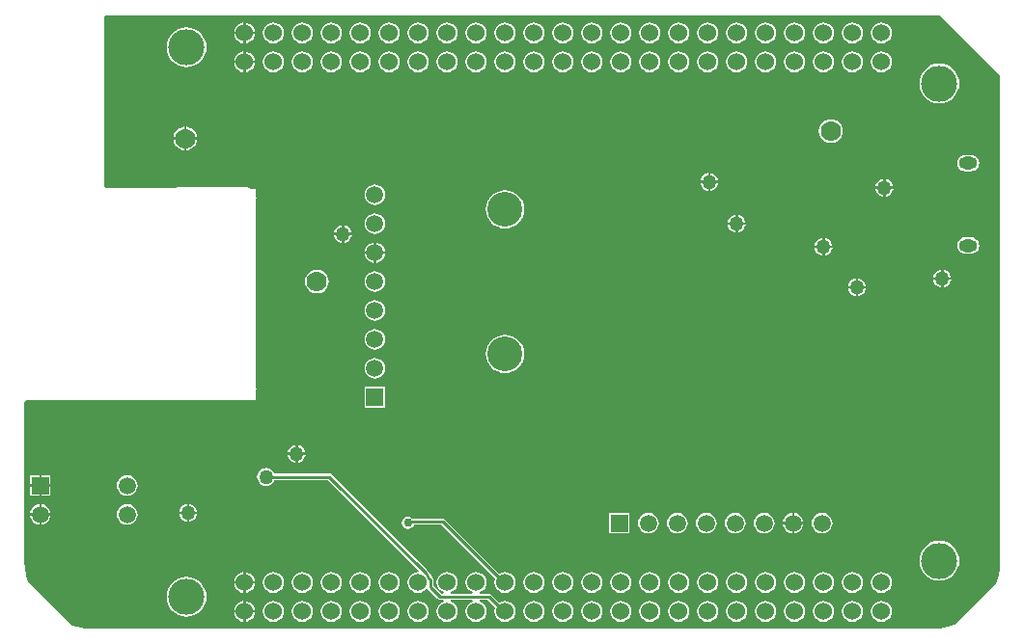
<source format=gbl>
G04*
G04 #@! TF.GenerationSoftware,Altium Limited,Altium Designer,20.1.14 (287)*
G04*
G04 Layer_Physical_Order=2*
G04 Layer_Color=16711680*
%FSLAX24Y24*%
%MOIN*%
G70*
G04*
G04 #@! TF.SameCoordinates,9A1B4EAE-D6D5-4477-8753-CECB3CDB6822*
G04*
G04*
G04 #@! TF.FilePolarity,Positive*
G04*
G01*
G75*
%ADD14C,0.0100*%
%ADD73C,0.0600*%
%ADD74C,0.0591*%
%ADD75R,0.0591X0.0591*%
%ADD76C,0.0700*%
%ADD77O,0.0633X0.0436*%
%ADD78R,0.0591X0.0591*%
%ADD79C,0.1250*%
%ADD80C,0.0500*%
%ADD81C,0.0300*%
%ADD82C,0.1200*%
G36*
X31763Y21336D02*
X31764Y21336D01*
X33836Y19264D01*
X33836Y19263D01*
X33850Y19014D01*
X33847Y19000D01*
X33847Y19000D01*
X33847Y19000D01*
X33851Y2504D01*
X33836Y2237D01*
X33792Y1977D01*
X33719Y1724D01*
X33715Y1715D01*
X32285Y285D01*
X32276Y281D01*
X32023Y208D01*
X31763Y164D01*
X31514Y150D01*
X31500Y153D01*
X31500Y153D01*
X31500Y153D01*
X2504Y149D01*
X2237Y164D01*
X1977Y208D01*
X1787Y263D01*
X263Y1787D01*
X208Y1977D01*
X164Y2237D01*
X150Y2485D01*
X153Y2500D01*
X153Y2500D01*
X153Y2500D01*
X149Y8001D01*
X193Y8050D01*
X8100D01*
X8150Y8100D01*
Y8400D01*
X8154Y8420D01*
Y8435D01*
X8157Y8450D01*
X8154Y8465D01*
Y8480D01*
X8153Y8482D01*
Y15018D01*
X8154Y15020D01*
Y15035D01*
X8157Y15050D01*
X8154Y15065D01*
Y15080D01*
X8150Y15100D01*
Y15350D01*
X7986D01*
X7963Y15366D01*
X7908Y15388D01*
X7830Y15404D01*
X7815D01*
X7800Y15407D01*
X7785Y15404D01*
X7770D01*
X7768Y15403D01*
X2965Y15399D01*
X2932Y15406D01*
X2916Y15416D01*
X2906Y15432D01*
X2902Y15448D01*
X2903Y15450D01*
X2903Y15450D01*
X2903Y15450D01*
X2899Y21285D01*
X2906Y21318D01*
X2916Y21334D01*
X2932Y21344D01*
X2948Y21348D01*
X2950Y21347D01*
X2950Y21347D01*
X31496Y21351D01*
X31763Y21336D01*
D02*
G37*
%LPC*%
G36*
X7790Y21108D02*
Y20790D01*
X8108D01*
X8101Y20844D01*
X8064Y20932D01*
X8007Y21007D01*
X7932Y21064D01*
X7844Y21101D01*
X7790Y21108D01*
D02*
G37*
G36*
X7710D02*
X7656Y21101D01*
X7568Y21064D01*
X7493Y21007D01*
X7436Y20932D01*
X7399Y20844D01*
X7392Y20790D01*
X7710D01*
Y21108D01*
D02*
G37*
G36*
X8108Y20710D02*
X7790D01*
Y20392D01*
X7844Y20399D01*
X7932Y20436D01*
X8007Y20493D01*
X8064Y20568D01*
X8101Y20656D01*
X8108Y20710D01*
D02*
G37*
G36*
X7710D02*
X7392D01*
X7399Y20656D01*
X7436Y20568D01*
X7493Y20493D01*
X7568Y20436D01*
X7656Y20399D01*
X7710Y20392D01*
Y20710D01*
D02*
G37*
G36*
X29750Y21113D02*
X29656Y21101D01*
X29568Y21064D01*
X29493Y21007D01*
X29436Y20932D01*
X29399Y20844D01*
X29387Y20750D01*
X29399Y20656D01*
X29436Y20568D01*
X29493Y20493D01*
X29568Y20436D01*
X29656Y20399D01*
X29750Y20387D01*
X29844Y20399D01*
X29932Y20436D01*
X30007Y20493D01*
X30064Y20568D01*
X30101Y20656D01*
X30113Y20750D01*
X30101Y20844D01*
X30064Y20932D01*
X30007Y21007D01*
X29932Y21064D01*
X29844Y21101D01*
X29750Y21113D01*
D02*
G37*
G36*
X28750D02*
X28656Y21101D01*
X28568Y21064D01*
X28493Y21007D01*
X28436Y20932D01*
X28399Y20844D01*
X28387Y20750D01*
X28399Y20656D01*
X28436Y20568D01*
X28493Y20493D01*
X28568Y20436D01*
X28656Y20399D01*
X28750Y20387D01*
X28844Y20399D01*
X28932Y20436D01*
X29007Y20493D01*
X29064Y20568D01*
X29101Y20656D01*
X29113Y20750D01*
X29101Y20844D01*
X29064Y20932D01*
X29007Y21007D01*
X28932Y21064D01*
X28844Y21101D01*
X28750Y21113D01*
D02*
G37*
G36*
X27750D02*
X27656Y21101D01*
X27568Y21064D01*
X27493Y21007D01*
X27436Y20932D01*
X27399Y20844D01*
X27387Y20750D01*
X27399Y20656D01*
X27436Y20568D01*
X27493Y20493D01*
X27568Y20436D01*
X27656Y20399D01*
X27750Y20387D01*
X27844Y20399D01*
X27932Y20436D01*
X28007Y20493D01*
X28064Y20568D01*
X28101Y20656D01*
X28113Y20750D01*
X28101Y20844D01*
X28064Y20932D01*
X28007Y21007D01*
X27932Y21064D01*
X27844Y21101D01*
X27750Y21113D01*
D02*
G37*
G36*
X26750D02*
X26656Y21101D01*
X26568Y21064D01*
X26493Y21007D01*
X26436Y20932D01*
X26399Y20844D01*
X26387Y20750D01*
X26399Y20656D01*
X26436Y20568D01*
X26493Y20493D01*
X26568Y20436D01*
X26656Y20399D01*
X26750Y20387D01*
X26844Y20399D01*
X26932Y20436D01*
X27007Y20493D01*
X27064Y20568D01*
X27101Y20656D01*
X27113Y20750D01*
X27101Y20844D01*
X27064Y20932D01*
X27007Y21007D01*
X26932Y21064D01*
X26844Y21101D01*
X26750Y21113D01*
D02*
G37*
G36*
X25750D02*
X25656Y21101D01*
X25568Y21064D01*
X25493Y21007D01*
X25436Y20932D01*
X25399Y20844D01*
X25387Y20750D01*
X25399Y20656D01*
X25436Y20568D01*
X25493Y20493D01*
X25568Y20436D01*
X25656Y20399D01*
X25750Y20387D01*
X25844Y20399D01*
X25932Y20436D01*
X26007Y20493D01*
X26064Y20568D01*
X26101Y20656D01*
X26113Y20750D01*
X26101Y20844D01*
X26064Y20932D01*
X26007Y21007D01*
X25932Y21064D01*
X25844Y21101D01*
X25750Y21113D01*
D02*
G37*
G36*
X24750D02*
X24656Y21101D01*
X24568Y21064D01*
X24493Y21007D01*
X24436Y20932D01*
X24399Y20844D01*
X24387Y20750D01*
X24399Y20656D01*
X24436Y20568D01*
X24493Y20493D01*
X24568Y20436D01*
X24656Y20399D01*
X24750Y20387D01*
X24844Y20399D01*
X24932Y20436D01*
X25007Y20493D01*
X25064Y20568D01*
X25101Y20656D01*
X25113Y20750D01*
X25101Y20844D01*
X25064Y20932D01*
X25007Y21007D01*
X24932Y21064D01*
X24844Y21101D01*
X24750Y21113D01*
D02*
G37*
G36*
X23750D02*
X23656Y21101D01*
X23568Y21064D01*
X23493Y21007D01*
X23436Y20932D01*
X23399Y20844D01*
X23387Y20750D01*
X23399Y20656D01*
X23436Y20568D01*
X23493Y20493D01*
X23568Y20436D01*
X23656Y20399D01*
X23750Y20387D01*
X23844Y20399D01*
X23932Y20436D01*
X24007Y20493D01*
X24064Y20568D01*
X24101Y20656D01*
X24113Y20750D01*
X24101Y20844D01*
X24064Y20932D01*
X24007Y21007D01*
X23932Y21064D01*
X23844Y21101D01*
X23750Y21113D01*
D02*
G37*
G36*
X22750D02*
X22656Y21101D01*
X22568Y21064D01*
X22493Y21007D01*
X22436Y20932D01*
X22399Y20844D01*
X22387Y20750D01*
X22399Y20656D01*
X22436Y20568D01*
X22493Y20493D01*
X22568Y20436D01*
X22656Y20399D01*
X22750Y20387D01*
X22844Y20399D01*
X22932Y20436D01*
X23007Y20493D01*
X23064Y20568D01*
X23101Y20656D01*
X23113Y20750D01*
X23101Y20844D01*
X23064Y20932D01*
X23007Y21007D01*
X22932Y21064D01*
X22844Y21101D01*
X22750Y21113D01*
D02*
G37*
G36*
X21750D02*
X21656Y21101D01*
X21568Y21064D01*
X21493Y21007D01*
X21436Y20932D01*
X21399Y20844D01*
X21387Y20750D01*
X21399Y20656D01*
X21436Y20568D01*
X21493Y20493D01*
X21568Y20436D01*
X21656Y20399D01*
X21750Y20387D01*
X21844Y20399D01*
X21932Y20436D01*
X22007Y20493D01*
X22064Y20568D01*
X22101Y20656D01*
X22113Y20750D01*
X22101Y20844D01*
X22064Y20932D01*
X22007Y21007D01*
X21932Y21064D01*
X21844Y21101D01*
X21750Y21113D01*
D02*
G37*
G36*
X20750D02*
X20656Y21101D01*
X20568Y21064D01*
X20493Y21007D01*
X20436Y20932D01*
X20399Y20844D01*
X20387Y20750D01*
X20399Y20656D01*
X20436Y20568D01*
X20493Y20493D01*
X20568Y20436D01*
X20656Y20399D01*
X20750Y20387D01*
X20844Y20399D01*
X20932Y20436D01*
X21007Y20493D01*
X21064Y20568D01*
X21101Y20656D01*
X21113Y20750D01*
X21101Y20844D01*
X21064Y20932D01*
X21007Y21007D01*
X20932Y21064D01*
X20844Y21101D01*
X20750Y21113D01*
D02*
G37*
G36*
X19750D02*
X19656Y21101D01*
X19568Y21064D01*
X19493Y21007D01*
X19436Y20932D01*
X19399Y20844D01*
X19387Y20750D01*
X19399Y20656D01*
X19436Y20568D01*
X19493Y20493D01*
X19568Y20436D01*
X19656Y20399D01*
X19750Y20387D01*
X19844Y20399D01*
X19932Y20436D01*
X20007Y20493D01*
X20064Y20568D01*
X20101Y20656D01*
X20113Y20750D01*
X20101Y20844D01*
X20064Y20932D01*
X20007Y21007D01*
X19932Y21064D01*
X19844Y21101D01*
X19750Y21113D01*
D02*
G37*
G36*
X18750D02*
X18656Y21101D01*
X18568Y21064D01*
X18493Y21007D01*
X18436Y20932D01*
X18399Y20844D01*
X18387Y20750D01*
X18399Y20656D01*
X18436Y20568D01*
X18493Y20493D01*
X18568Y20436D01*
X18656Y20399D01*
X18750Y20387D01*
X18844Y20399D01*
X18932Y20436D01*
X19007Y20493D01*
X19064Y20568D01*
X19101Y20656D01*
X19113Y20750D01*
X19101Y20844D01*
X19064Y20932D01*
X19007Y21007D01*
X18932Y21064D01*
X18844Y21101D01*
X18750Y21113D01*
D02*
G37*
G36*
X17750D02*
X17656Y21101D01*
X17568Y21064D01*
X17493Y21007D01*
X17436Y20932D01*
X17399Y20844D01*
X17387Y20750D01*
X17399Y20656D01*
X17436Y20568D01*
X17493Y20493D01*
X17568Y20436D01*
X17656Y20399D01*
X17750Y20387D01*
X17844Y20399D01*
X17932Y20436D01*
X18007Y20493D01*
X18064Y20568D01*
X18101Y20656D01*
X18113Y20750D01*
X18101Y20844D01*
X18064Y20932D01*
X18007Y21007D01*
X17932Y21064D01*
X17844Y21101D01*
X17750Y21113D01*
D02*
G37*
G36*
X16750D02*
X16656Y21101D01*
X16568Y21064D01*
X16493Y21007D01*
X16436Y20932D01*
X16399Y20844D01*
X16387Y20750D01*
X16399Y20656D01*
X16436Y20568D01*
X16493Y20493D01*
X16568Y20436D01*
X16656Y20399D01*
X16750Y20387D01*
X16844Y20399D01*
X16932Y20436D01*
X17007Y20493D01*
X17064Y20568D01*
X17101Y20656D01*
X17113Y20750D01*
X17101Y20844D01*
X17064Y20932D01*
X17007Y21007D01*
X16932Y21064D01*
X16844Y21101D01*
X16750Y21113D01*
D02*
G37*
G36*
X15750D02*
X15656Y21101D01*
X15568Y21064D01*
X15493Y21007D01*
X15436Y20932D01*
X15399Y20844D01*
X15387Y20750D01*
X15399Y20656D01*
X15436Y20568D01*
X15493Y20493D01*
X15568Y20436D01*
X15656Y20399D01*
X15750Y20387D01*
X15844Y20399D01*
X15932Y20436D01*
X16007Y20493D01*
X16064Y20568D01*
X16101Y20656D01*
X16113Y20750D01*
X16101Y20844D01*
X16064Y20932D01*
X16007Y21007D01*
X15932Y21064D01*
X15844Y21101D01*
X15750Y21113D01*
D02*
G37*
G36*
X14750D02*
X14656Y21101D01*
X14568Y21064D01*
X14493Y21007D01*
X14436Y20932D01*
X14399Y20844D01*
X14387Y20750D01*
X14399Y20656D01*
X14436Y20568D01*
X14493Y20493D01*
X14568Y20436D01*
X14656Y20399D01*
X14750Y20387D01*
X14844Y20399D01*
X14932Y20436D01*
X15007Y20493D01*
X15064Y20568D01*
X15101Y20656D01*
X15113Y20750D01*
X15101Y20844D01*
X15064Y20932D01*
X15007Y21007D01*
X14932Y21064D01*
X14844Y21101D01*
X14750Y21113D01*
D02*
G37*
G36*
X13750D02*
X13656Y21101D01*
X13568Y21064D01*
X13493Y21007D01*
X13436Y20932D01*
X13399Y20844D01*
X13387Y20750D01*
X13399Y20656D01*
X13436Y20568D01*
X13493Y20493D01*
X13568Y20436D01*
X13656Y20399D01*
X13750Y20387D01*
X13844Y20399D01*
X13932Y20436D01*
X14007Y20493D01*
X14064Y20568D01*
X14101Y20656D01*
X14113Y20750D01*
X14101Y20844D01*
X14064Y20932D01*
X14007Y21007D01*
X13932Y21064D01*
X13844Y21101D01*
X13750Y21113D01*
D02*
G37*
G36*
X12750D02*
X12656Y21101D01*
X12568Y21064D01*
X12493Y21007D01*
X12436Y20932D01*
X12399Y20844D01*
X12387Y20750D01*
X12399Y20656D01*
X12436Y20568D01*
X12493Y20493D01*
X12568Y20436D01*
X12656Y20399D01*
X12750Y20387D01*
X12844Y20399D01*
X12932Y20436D01*
X13007Y20493D01*
X13064Y20568D01*
X13101Y20656D01*
X13113Y20750D01*
X13101Y20844D01*
X13064Y20932D01*
X13007Y21007D01*
X12932Y21064D01*
X12844Y21101D01*
X12750Y21113D01*
D02*
G37*
G36*
X11750D02*
X11656Y21101D01*
X11568Y21064D01*
X11493Y21007D01*
X11436Y20932D01*
X11399Y20844D01*
X11387Y20750D01*
X11399Y20656D01*
X11436Y20568D01*
X11493Y20493D01*
X11568Y20436D01*
X11656Y20399D01*
X11750Y20387D01*
X11844Y20399D01*
X11932Y20436D01*
X12007Y20493D01*
X12064Y20568D01*
X12101Y20656D01*
X12113Y20750D01*
X12101Y20844D01*
X12064Y20932D01*
X12007Y21007D01*
X11932Y21064D01*
X11844Y21101D01*
X11750Y21113D01*
D02*
G37*
G36*
X10750D02*
X10656Y21101D01*
X10568Y21064D01*
X10493Y21007D01*
X10436Y20932D01*
X10399Y20844D01*
X10387Y20750D01*
X10399Y20656D01*
X10436Y20568D01*
X10493Y20493D01*
X10568Y20436D01*
X10656Y20399D01*
X10750Y20387D01*
X10844Y20399D01*
X10932Y20436D01*
X11007Y20493D01*
X11064Y20568D01*
X11101Y20656D01*
X11113Y20750D01*
X11101Y20844D01*
X11064Y20932D01*
X11007Y21007D01*
X10932Y21064D01*
X10844Y21101D01*
X10750Y21113D01*
D02*
G37*
G36*
X9750D02*
X9656Y21101D01*
X9568Y21064D01*
X9493Y21007D01*
X9436Y20932D01*
X9399Y20844D01*
X9387Y20750D01*
X9399Y20656D01*
X9436Y20568D01*
X9493Y20493D01*
X9568Y20436D01*
X9656Y20399D01*
X9750Y20387D01*
X9844Y20399D01*
X9932Y20436D01*
X10007Y20493D01*
X10064Y20568D01*
X10101Y20656D01*
X10113Y20750D01*
X10101Y20844D01*
X10064Y20932D01*
X10007Y21007D01*
X9932Y21064D01*
X9844Y21101D01*
X9750Y21113D01*
D02*
G37*
G36*
X8750D02*
X8656Y21101D01*
X8568Y21064D01*
X8493Y21007D01*
X8436Y20932D01*
X8399Y20844D01*
X8387Y20750D01*
X8399Y20656D01*
X8436Y20568D01*
X8493Y20493D01*
X8568Y20436D01*
X8656Y20399D01*
X8750Y20387D01*
X8844Y20399D01*
X8932Y20436D01*
X9007Y20493D01*
X9064Y20568D01*
X9101Y20656D01*
X9113Y20750D01*
X9101Y20844D01*
X9064Y20932D01*
X9007Y21007D01*
X8932Y21064D01*
X8844Y21101D01*
X8750Y21113D01*
D02*
G37*
G36*
X7790Y20108D02*
Y19790D01*
X8108D01*
X8101Y19844D01*
X8064Y19932D01*
X8007Y20007D01*
X7932Y20064D01*
X7844Y20101D01*
X7790Y20108D01*
D02*
G37*
G36*
X7710D02*
X7656Y20101D01*
X7568Y20064D01*
X7493Y20007D01*
X7436Y19932D01*
X7399Y19844D01*
X7392Y19790D01*
X7710D01*
Y20108D01*
D02*
G37*
G36*
X5750Y20938D02*
X5616Y20925D01*
X5487Y20886D01*
X5368Y20822D01*
X5263Y20737D01*
X5178Y20632D01*
X5114Y20513D01*
X5075Y20384D01*
X5062Y20250D01*
X5075Y20116D01*
X5114Y19987D01*
X5178Y19868D01*
X5263Y19763D01*
X5368Y19678D01*
X5487Y19614D01*
X5616Y19575D01*
X5750Y19562D01*
X5884Y19575D01*
X6013Y19614D01*
X6132Y19678D01*
X6237Y19763D01*
X6322Y19868D01*
X6386Y19987D01*
X6425Y20116D01*
X6438Y20250D01*
X6425Y20384D01*
X6386Y20513D01*
X6322Y20632D01*
X6237Y20737D01*
X6132Y20822D01*
X6013Y20886D01*
X5884Y20925D01*
X5750Y20938D01*
D02*
G37*
G36*
X8108Y19710D02*
X7790D01*
Y19392D01*
X7844Y19399D01*
X7932Y19436D01*
X8007Y19493D01*
X8064Y19568D01*
X8101Y19656D01*
X8108Y19710D01*
D02*
G37*
G36*
X7710D02*
X7392D01*
X7399Y19656D01*
X7436Y19568D01*
X7493Y19493D01*
X7568Y19436D01*
X7656Y19399D01*
X7710Y19392D01*
Y19710D01*
D02*
G37*
G36*
X29750Y20113D02*
X29656Y20101D01*
X29568Y20064D01*
X29493Y20007D01*
X29436Y19932D01*
X29399Y19844D01*
X29387Y19750D01*
X29399Y19656D01*
X29436Y19568D01*
X29493Y19493D01*
X29568Y19436D01*
X29656Y19399D01*
X29750Y19387D01*
X29844Y19399D01*
X29932Y19436D01*
X30007Y19493D01*
X30064Y19568D01*
X30101Y19656D01*
X30113Y19750D01*
X30101Y19844D01*
X30064Y19932D01*
X30007Y20007D01*
X29932Y20064D01*
X29844Y20101D01*
X29750Y20113D01*
D02*
G37*
G36*
X28750D02*
X28656Y20101D01*
X28568Y20064D01*
X28493Y20007D01*
X28436Y19932D01*
X28399Y19844D01*
X28387Y19750D01*
X28399Y19656D01*
X28436Y19568D01*
X28493Y19493D01*
X28568Y19436D01*
X28656Y19399D01*
X28750Y19387D01*
X28844Y19399D01*
X28932Y19436D01*
X29007Y19493D01*
X29064Y19568D01*
X29101Y19656D01*
X29113Y19750D01*
X29101Y19844D01*
X29064Y19932D01*
X29007Y20007D01*
X28932Y20064D01*
X28844Y20101D01*
X28750Y20113D01*
D02*
G37*
G36*
X27750D02*
X27656Y20101D01*
X27568Y20064D01*
X27493Y20007D01*
X27436Y19932D01*
X27399Y19844D01*
X27387Y19750D01*
X27399Y19656D01*
X27436Y19568D01*
X27493Y19493D01*
X27568Y19436D01*
X27656Y19399D01*
X27750Y19387D01*
X27844Y19399D01*
X27932Y19436D01*
X28007Y19493D01*
X28064Y19568D01*
X28101Y19656D01*
X28113Y19750D01*
X28101Y19844D01*
X28064Y19932D01*
X28007Y20007D01*
X27932Y20064D01*
X27844Y20101D01*
X27750Y20113D01*
D02*
G37*
G36*
X26750D02*
X26656Y20101D01*
X26568Y20064D01*
X26493Y20007D01*
X26436Y19932D01*
X26399Y19844D01*
X26387Y19750D01*
X26399Y19656D01*
X26436Y19568D01*
X26493Y19493D01*
X26568Y19436D01*
X26656Y19399D01*
X26750Y19387D01*
X26844Y19399D01*
X26932Y19436D01*
X27007Y19493D01*
X27064Y19568D01*
X27101Y19656D01*
X27113Y19750D01*
X27101Y19844D01*
X27064Y19932D01*
X27007Y20007D01*
X26932Y20064D01*
X26844Y20101D01*
X26750Y20113D01*
D02*
G37*
G36*
X25750D02*
X25656Y20101D01*
X25568Y20064D01*
X25493Y20007D01*
X25436Y19932D01*
X25399Y19844D01*
X25387Y19750D01*
X25399Y19656D01*
X25436Y19568D01*
X25493Y19493D01*
X25568Y19436D01*
X25656Y19399D01*
X25750Y19387D01*
X25844Y19399D01*
X25932Y19436D01*
X26007Y19493D01*
X26064Y19568D01*
X26101Y19656D01*
X26113Y19750D01*
X26101Y19844D01*
X26064Y19932D01*
X26007Y20007D01*
X25932Y20064D01*
X25844Y20101D01*
X25750Y20113D01*
D02*
G37*
G36*
X24750D02*
X24656Y20101D01*
X24568Y20064D01*
X24493Y20007D01*
X24436Y19932D01*
X24399Y19844D01*
X24387Y19750D01*
X24399Y19656D01*
X24436Y19568D01*
X24493Y19493D01*
X24568Y19436D01*
X24656Y19399D01*
X24750Y19387D01*
X24844Y19399D01*
X24932Y19436D01*
X25007Y19493D01*
X25064Y19568D01*
X25101Y19656D01*
X25113Y19750D01*
X25101Y19844D01*
X25064Y19932D01*
X25007Y20007D01*
X24932Y20064D01*
X24844Y20101D01*
X24750Y20113D01*
D02*
G37*
G36*
X23750D02*
X23656Y20101D01*
X23568Y20064D01*
X23493Y20007D01*
X23436Y19932D01*
X23399Y19844D01*
X23387Y19750D01*
X23399Y19656D01*
X23436Y19568D01*
X23493Y19493D01*
X23568Y19436D01*
X23656Y19399D01*
X23750Y19387D01*
X23844Y19399D01*
X23932Y19436D01*
X24007Y19493D01*
X24064Y19568D01*
X24101Y19656D01*
X24113Y19750D01*
X24101Y19844D01*
X24064Y19932D01*
X24007Y20007D01*
X23932Y20064D01*
X23844Y20101D01*
X23750Y20113D01*
D02*
G37*
G36*
X22750D02*
X22656Y20101D01*
X22568Y20064D01*
X22493Y20007D01*
X22436Y19932D01*
X22399Y19844D01*
X22387Y19750D01*
X22399Y19656D01*
X22436Y19568D01*
X22493Y19493D01*
X22568Y19436D01*
X22656Y19399D01*
X22750Y19387D01*
X22844Y19399D01*
X22932Y19436D01*
X23007Y19493D01*
X23064Y19568D01*
X23101Y19656D01*
X23113Y19750D01*
X23101Y19844D01*
X23064Y19932D01*
X23007Y20007D01*
X22932Y20064D01*
X22844Y20101D01*
X22750Y20113D01*
D02*
G37*
G36*
X21750D02*
X21656Y20101D01*
X21568Y20064D01*
X21493Y20007D01*
X21436Y19932D01*
X21399Y19844D01*
X21387Y19750D01*
X21399Y19656D01*
X21436Y19568D01*
X21493Y19493D01*
X21568Y19436D01*
X21656Y19399D01*
X21750Y19387D01*
X21844Y19399D01*
X21932Y19436D01*
X22007Y19493D01*
X22064Y19568D01*
X22101Y19656D01*
X22113Y19750D01*
X22101Y19844D01*
X22064Y19932D01*
X22007Y20007D01*
X21932Y20064D01*
X21844Y20101D01*
X21750Y20113D01*
D02*
G37*
G36*
X20750D02*
X20656Y20101D01*
X20568Y20064D01*
X20493Y20007D01*
X20436Y19932D01*
X20399Y19844D01*
X20387Y19750D01*
X20399Y19656D01*
X20436Y19568D01*
X20493Y19493D01*
X20568Y19436D01*
X20656Y19399D01*
X20750Y19387D01*
X20844Y19399D01*
X20932Y19436D01*
X21007Y19493D01*
X21064Y19568D01*
X21101Y19656D01*
X21113Y19750D01*
X21101Y19844D01*
X21064Y19932D01*
X21007Y20007D01*
X20932Y20064D01*
X20844Y20101D01*
X20750Y20113D01*
D02*
G37*
G36*
X19750D02*
X19656Y20101D01*
X19568Y20064D01*
X19493Y20007D01*
X19436Y19932D01*
X19399Y19844D01*
X19387Y19750D01*
X19399Y19656D01*
X19436Y19568D01*
X19493Y19493D01*
X19568Y19436D01*
X19656Y19399D01*
X19750Y19387D01*
X19844Y19399D01*
X19932Y19436D01*
X20007Y19493D01*
X20064Y19568D01*
X20101Y19656D01*
X20113Y19750D01*
X20101Y19844D01*
X20064Y19932D01*
X20007Y20007D01*
X19932Y20064D01*
X19844Y20101D01*
X19750Y20113D01*
D02*
G37*
G36*
X18750D02*
X18656Y20101D01*
X18568Y20064D01*
X18493Y20007D01*
X18436Y19932D01*
X18399Y19844D01*
X18387Y19750D01*
X18399Y19656D01*
X18436Y19568D01*
X18493Y19493D01*
X18568Y19436D01*
X18656Y19399D01*
X18750Y19387D01*
X18844Y19399D01*
X18932Y19436D01*
X19007Y19493D01*
X19064Y19568D01*
X19101Y19656D01*
X19113Y19750D01*
X19101Y19844D01*
X19064Y19932D01*
X19007Y20007D01*
X18932Y20064D01*
X18844Y20101D01*
X18750Y20113D01*
D02*
G37*
G36*
X17750D02*
X17656Y20101D01*
X17568Y20064D01*
X17493Y20007D01*
X17436Y19932D01*
X17399Y19844D01*
X17387Y19750D01*
X17399Y19656D01*
X17436Y19568D01*
X17493Y19493D01*
X17568Y19436D01*
X17656Y19399D01*
X17750Y19387D01*
X17844Y19399D01*
X17932Y19436D01*
X18007Y19493D01*
X18064Y19568D01*
X18101Y19656D01*
X18113Y19750D01*
X18101Y19844D01*
X18064Y19932D01*
X18007Y20007D01*
X17932Y20064D01*
X17844Y20101D01*
X17750Y20113D01*
D02*
G37*
G36*
X16750D02*
X16656Y20101D01*
X16568Y20064D01*
X16493Y20007D01*
X16436Y19932D01*
X16399Y19844D01*
X16387Y19750D01*
X16399Y19656D01*
X16436Y19568D01*
X16493Y19493D01*
X16568Y19436D01*
X16656Y19399D01*
X16750Y19387D01*
X16844Y19399D01*
X16932Y19436D01*
X17007Y19493D01*
X17064Y19568D01*
X17101Y19656D01*
X17113Y19750D01*
X17101Y19844D01*
X17064Y19932D01*
X17007Y20007D01*
X16932Y20064D01*
X16844Y20101D01*
X16750Y20113D01*
D02*
G37*
G36*
X15750D02*
X15656Y20101D01*
X15568Y20064D01*
X15493Y20007D01*
X15436Y19932D01*
X15399Y19844D01*
X15387Y19750D01*
X15399Y19656D01*
X15436Y19568D01*
X15493Y19493D01*
X15568Y19436D01*
X15656Y19399D01*
X15750Y19387D01*
X15844Y19399D01*
X15932Y19436D01*
X16007Y19493D01*
X16064Y19568D01*
X16101Y19656D01*
X16113Y19750D01*
X16101Y19844D01*
X16064Y19932D01*
X16007Y20007D01*
X15932Y20064D01*
X15844Y20101D01*
X15750Y20113D01*
D02*
G37*
G36*
X14750D02*
X14656Y20101D01*
X14568Y20064D01*
X14493Y20007D01*
X14436Y19932D01*
X14399Y19844D01*
X14387Y19750D01*
X14399Y19656D01*
X14436Y19568D01*
X14493Y19493D01*
X14568Y19436D01*
X14656Y19399D01*
X14750Y19387D01*
X14844Y19399D01*
X14932Y19436D01*
X15007Y19493D01*
X15064Y19568D01*
X15101Y19656D01*
X15113Y19750D01*
X15101Y19844D01*
X15064Y19932D01*
X15007Y20007D01*
X14932Y20064D01*
X14844Y20101D01*
X14750Y20113D01*
D02*
G37*
G36*
X13750D02*
X13656Y20101D01*
X13568Y20064D01*
X13493Y20007D01*
X13436Y19932D01*
X13399Y19844D01*
X13387Y19750D01*
X13399Y19656D01*
X13436Y19568D01*
X13493Y19493D01*
X13568Y19436D01*
X13656Y19399D01*
X13750Y19387D01*
X13844Y19399D01*
X13932Y19436D01*
X14007Y19493D01*
X14064Y19568D01*
X14101Y19656D01*
X14113Y19750D01*
X14101Y19844D01*
X14064Y19932D01*
X14007Y20007D01*
X13932Y20064D01*
X13844Y20101D01*
X13750Y20113D01*
D02*
G37*
G36*
X12750D02*
X12656Y20101D01*
X12568Y20064D01*
X12493Y20007D01*
X12436Y19932D01*
X12399Y19844D01*
X12387Y19750D01*
X12399Y19656D01*
X12436Y19568D01*
X12493Y19493D01*
X12568Y19436D01*
X12656Y19399D01*
X12750Y19387D01*
X12844Y19399D01*
X12932Y19436D01*
X13007Y19493D01*
X13064Y19568D01*
X13101Y19656D01*
X13113Y19750D01*
X13101Y19844D01*
X13064Y19932D01*
X13007Y20007D01*
X12932Y20064D01*
X12844Y20101D01*
X12750Y20113D01*
D02*
G37*
G36*
X11750D02*
X11656Y20101D01*
X11568Y20064D01*
X11493Y20007D01*
X11436Y19932D01*
X11399Y19844D01*
X11387Y19750D01*
X11399Y19656D01*
X11436Y19568D01*
X11493Y19493D01*
X11568Y19436D01*
X11656Y19399D01*
X11750Y19387D01*
X11844Y19399D01*
X11932Y19436D01*
X12007Y19493D01*
X12064Y19568D01*
X12101Y19656D01*
X12113Y19750D01*
X12101Y19844D01*
X12064Y19932D01*
X12007Y20007D01*
X11932Y20064D01*
X11844Y20101D01*
X11750Y20113D01*
D02*
G37*
G36*
X10750D02*
X10656Y20101D01*
X10568Y20064D01*
X10493Y20007D01*
X10436Y19932D01*
X10399Y19844D01*
X10387Y19750D01*
X10399Y19656D01*
X10436Y19568D01*
X10493Y19493D01*
X10568Y19436D01*
X10656Y19399D01*
X10750Y19387D01*
X10844Y19399D01*
X10932Y19436D01*
X11007Y19493D01*
X11064Y19568D01*
X11101Y19656D01*
X11113Y19750D01*
X11101Y19844D01*
X11064Y19932D01*
X11007Y20007D01*
X10932Y20064D01*
X10844Y20101D01*
X10750Y20113D01*
D02*
G37*
G36*
X9750D02*
X9656Y20101D01*
X9568Y20064D01*
X9493Y20007D01*
X9436Y19932D01*
X9399Y19844D01*
X9387Y19750D01*
X9399Y19656D01*
X9436Y19568D01*
X9493Y19493D01*
X9568Y19436D01*
X9656Y19399D01*
X9750Y19387D01*
X9844Y19399D01*
X9932Y19436D01*
X10007Y19493D01*
X10064Y19568D01*
X10101Y19656D01*
X10113Y19750D01*
X10101Y19844D01*
X10064Y19932D01*
X10007Y20007D01*
X9932Y20064D01*
X9844Y20101D01*
X9750Y20113D01*
D02*
G37*
G36*
X8750D02*
X8656Y20101D01*
X8568Y20064D01*
X8493Y20007D01*
X8436Y19932D01*
X8399Y19844D01*
X8387Y19750D01*
X8399Y19656D01*
X8436Y19568D01*
X8493Y19493D01*
X8568Y19436D01*
X8656Y19399D01*
X8750Y19387D01*
X8844Y19399D01*
X8932Y19436D01*
X9007Y19493D01*
X9064Y19568D01*
X9101Y19656D01*
X9113Y19750D01*
X9101Y19844D01*
X9064Y19932D01*
X9007Y20007D01*
X8932Y20064D01*
X8844Y20101D01*
X8750Y20113D01*
D02*
G37*
G36*
X31750Y19688D02*
X31616Y19675D01*
X31487Y19636D01*
X31368Y19572D01*
X31263Y19487D01*
X31178Y19382D01*
X31114Y19263D01*
X31075Y19134D01*
X31062Y19000D01*
X31075Y18866D01*
X31114Y18737D01*
X31178Y18618D01*
X31263Y18513D01*
X31368Y18428D01*
X31487Y18364D01*
X31616Y18325D01*
X31750Y18312D01*
X31884Y18325D01*
X32013Y18364D01*
X32132Y18428D01*
X32237Y18513D01*
X32322Y18618D01*
X32386Y18737D01*
X32425Y18866D01*
X32438Y19000D01*
X32425Y19134D01*
X32386Y19263D01*
X32322Y19382D01*
X32237Y19487D01*
X32132Y19572D01*
X32013Y19636D01*
X31884Y19675D01*
X31750Y19688D01*
D02*
G37*
G36*
X5740Y17508D02*
Y17140D01*
X6108D01*
X6099Y17207D01*
X6058Y17307D01*
X5992Y17392D01*
X5907Y17458D01*
X5807Y17499D01*
X5740Y17508D01*
D02*
G37*
G36*
X5660D02*
X5593Y17499D01*
X5493Y17458D01*
X5408Y17392D01*
X5342Y17307D01*
X5301Y17207D01*
X5292Y17140D01*
X5660D01*
Y17508D01*
D02*
G37*
G36*
X28000Y17764D02*
X27893Y17749D01*
X27793Y17708D01*
X27708Y17642D01*
X27642Y17557D01*
X27601Y17457D01*
X27586Y17350D01*
X27601Y17243D01*
X27642Y17143D01*
X27708Y17058D01*
X27793Y16992D01*
X27893Y16951D01*
X28000Y16936D01*
X28107Y16951D01*
X28207Y16992D01*
X28292Y17058D01*
X28358Y17143D01*
X28399Y17243D01*
X28414Y17350D01*
X28399Y17457D01*
X28358Y17557D01*
X28292Y17642D01*
X28207Y17708D01*
X28107Y17749D01*
X28000Y17764D01*
D02*
G37*
G36*
X6108Y17060D02*
X5740D01*
Y16692D01*
X5807Y16701D01*
X5907Y16742D01*
X5992Y16808D01*
X6058Y16893D01*
X6099Y16993D01*
X6108Y17060D01*
D02*
G37*
G36*
X5660D02*
X5292D01*
X5301Y16993D01*
X5342Y16893D01*
X5408Y16808D01*
X5493Y16742D01*
X5593Y16701D01*
X5660Y16692D01*
Y17060D01*
D02*
G37*
G36*
X32848Y16523D02*
X32652D01*
X32579Y16513D01*
X32511Y16485D01*
X32453Y16441D01*
X32409Y16383D01*
X32381Y16315D01*
X32371Y16243D01*
X32381Y16170D01*
X32409Y16102D01*
X32453Y16044D01*
X32511Y16000D01*
X32579Y15972D01*
X32652Y15962D01*
X32848D01*
X32921Y15972D01*
X32989Y16000D01*
X33047Y16044D01*
X33091Y16102D01*
X33119Y16170D01*
X33129Y16243D01*
X33119Y16315D01*
X33091Y16383D01*
X33047Y16441D01*
X32989Y16485D01*
X32921Y16513D01*
X32848Y16523D01*
D02*
G37*
G36*
X23840Y15907D02*
Y15640D01*
X24107D01*
X24102Y15681D01*
X24071Y15756D01*
X24021Y15821D01*
X23956Y15871D01*
X23881Y15902D01*
X23840Y15907D01*
D02*
G37*
G36*
X23760D02*
X23719Y15902D01*
X23644Y15871D01*
X23579Y15821D01*
X23529Y15756D01*
X23498Y15681D01*
X23493Y15640D01*
X23760D01*
Y15907D01*
D02*
G37*
G36*
X29890Y15707D02*
Y15440D01*
X30157D01*
X30152Y15481D01*
X30121Y15556D01*
X30071Y15621D01*
X30006Y15671D01*
X29931Y15702D01*
X29890Y15707D01*
D02*
G37*
G36*
X29810D02*
X29769Y15702D01*
X29694Y15671D01*
X29629Y15621D01*
X29579Y15556D01*
X29548Y15481D01*
X29543Y15440D01*
X29810D01*
Y15707D01*
D02*
G37*
G36*
X24107Y15560D02*
X23840D01*
Y15293D01*
X23881Y15298D01*
X23956Y15329D01*
X24021Y15379D01*
X24071Y15444D01*
X24102Y15519D01*
X24107Y15560D01*
D02*
G37*
G36*
X23760D02*
X23493D01*
X23498Y15519D01*
X23529Y15444D01*
X23579Y15379D01*
X23644Y15329D01*
X23719Y15298D01*
X23760Y15293D01*
Y15560D01*
D02*
G37*
G36*
X30157Y15360D02*
X29890D01*
Y15093D01*
X29931Y15098D01*
X30006Y15129D01*
X30071Y15179D01*
X30121Y15244D01*
X30152Y15319D01*
X30157Y15360D01*
D02*
G37*
G36*
X29810D02*
X29543D01*
X29548Y15319D01*
X29579Y15244D01*
X29629Y15179D01*
X29694Y15129D01*
X29769Y15098D01*
X29810Y15093D01*
Y15360D01*
D02*
G37*
G36*
X12250Y15508D02*
X12157Y15496D01*
X12071Y15460D01*
X11997Y15403D01*
X11940Y15329D01*
X11904Y15243D01*
X11892Y15150D01*
X11904Y15057D01*
X11940Y14971D01*
X11997Y14897D01*
X12071Y14840D01*
X12157Y14804D01*
X12250Y14792D01*
X12343Y14804D01*
X12429Y14840D01*
X12503Y14897D01*
X12560Y14971D01*
X12596Y15057D01*
X12608Y15150D01*
X12596Y15243D01*
X12560Y15329D01*
X12503Y15403D01*
X12429Y15460D01*
X12343Y15496D01*
X12250Y15508D01*
D02*
G37*
G36*
X24790Y14457D02*
Y14190D01*
X25057D01*
X25052Y14231D01*
X25021Y14306D01*
X24971Y14371D01*
X24906Y14421D01*
X24831Y14452D01*
X24790Y14457D01*
D02*
G37*
G36*
X24710D02*
X24669Y14452D01*
X24594Y14421D01*
X24529Y14371D01*
X24479Y14306D01*
X24448Y14231D01*
X24443Y14190D01*
X24710D01*
Y14457D01*
D02*
G37*
G36*
X16750Y15313D02*
X16621Y15300D01*
X16496Y15263D01*
X16382Y15201D01*
X16281Y15119D01*
X16199Y15018D01*
X16137Y14904D01*
X16100Y14779D01*
X16087Y14650D01*
X16100Y14521D01*
X16137Y14396D01*
X16199Y14282D01*
X16281Y14181D01*
X16382Y14099D01*
X16496Y14037D01*
X16621Y14000D01*
X16750Y13987D01*
X16879Y14000D01*
X17004Y14037D01*
X17118Y14099D01*
X17219Y14181D01*
X17301Y14282D01*
X17363Y14396D01*
X17400Y14521D01*
X17413Y14650D01*
X17400Y14779D01*
X17363Y14904D01*
X17301Y15018D01*
X17219Y15119D01*
X17118Y15201D01*
X17004Y15263D01*
X16879Y15300D01*
X16750Y15313D01*
D02*
G37*
G36*
X25057Y14110D02*
X24790D01*
Y13843D01*
X24831Y13848D01*
X24906Y13879D01*
X24971Y13929D01*
X25021Y13994D01*
X25052Y14069D01*
X25057Y14110D01*
D02*
G37*
G36*
X24710D02*
X24443D01*
X24448Y14069D01*
X24479Y13994D01*
X24529Y13929D01*
X24594Y13879D01*
X24669Y13848D01*
X24710Y13843D01*
Y14110D01*
D02*
G37*
G36*
X11190Y14107D02*
Y13840D01*
X11457D01*
X11452Y13881D01*
X11421Y13956D01*
X11371Y14021D01*
X11306Y14071D01*
X11231Y14102D01*
X11190Y14107D01*
D02*
G37*
G36*
X11110D02*
X11069Y14102D01*
X10994Y14071D01*
X10929Y14021D01*
X10879Y13956D01*
X10848Y13881D01*
X10843Y13840D01*
X11110D01*
Y14107D01*
D02*
G37*
G36*
X12250Y14508D02*
X12157Y14496D01*
X12071Y14460D01*
X11997Y14403D01*
X11940Y14329D01*
X11904Y14243D01*
X11892Y14150D01*
X11904Y14057D01*
X11940Y13971D01*
X11997Y13897D01*
X12071Y13840D01*
X12157Y13804D01*
X12250Y13792D01*
X12343Y13804D01*
X12429Y13840D01*
X12503Y13897D01*
X12560Y13971D01*
X12596Y14057D01*
X12608Y14150D01*
X12596Y14243D01*
X12560Y14329D01*
X12503Y14403D01*
X12429Y14460D01*
X12343Y14496D01*
X12250Y14508D01*
D02*
G37*
G36*
X11457Y13760D02*
X11190D01*
Y13493D01*
X11231Y13498D01*
X11306Y13529D01*
X11371Y13579D01*
X11421Y13644D01*
X11452Y13719D01*
X11457Y13760D01*
D02*
G37*
G36*
X11110D02*
X10843D01*
X10848Y13719D01*
X10879Y13644D01*
X10929Y13579D01*
X10994Y13529D01*
X11069Y13498D01*
X11110Y13493D01*
Y13760D01*
D02*
G37*
G36*
X27790Y13657D02*
Y13390D01*
X28057D01*
X28052Y13431D01*
X28021Y13506D01*
X27971Y13571D01*
X27906Y13621D01*
X27831Y13652D01*
X27790Y13657D01*
D02*
G37*
G36*
X27710D02*
X27669Y13652D01*
X27594Y13621D01*
X27529Y13571D01*
X27479Y13506D01*
X27448Y13431D01*
X27443Y13390D01*
X27710D01*
Y13657D01*
D02*
G37*
G36*
X12290Y13503D02*
Y13190D01*
X12603D01*
X12596Y13243D01*
X12560Y13329D01*
X12503Y13403D01*
X12429Y13460D01*
X12343Y13496D01*
X12290Y13503D01*
D02*
G37*
G36*
X12210D02*
X12157Y13496D01*
X12071Y13460D01*
X11997Y13403D01*
X11940Y13329D01*
X11904Y13243D01*
X11897Y13190D01*
X12210D01*
Y13503D01*
D02*
G37*
G36*
X32848Y13681D02*
X32652D01*
X32579Y13671D01*
X32511Y13643D01*
X32453Y13598D01*
X32409Y13540D01*
X32381Y13473D01*
X32371Y13400D01*
X32381Y13327D01*
X32409Y13260D01*
X32453Y13202D01*
X32511Y13157D01*
X32579Y13129D01*
X32652Y13119D01*
X32848D01*
X32921Y13129D01*
X32989Y13157D01*
X33047Y13202D01*
X33091Y13260D01*
X33119Y13327D01*
X33129Y13400D01*
X33119Y13473D01*
X33091Y13540D01*
X33047Y13598D01*
X32989Y13643D01*
X32921Y13671D01*
X32848Y13681D01*
D02*
G37*
G36*
X28057Y13310D02*
X27790D01*
Y13043D01*
X27831Y13048D01*
X27906Y13079D01*
X27971Y13129D01*
X28021Y13194D01*
X28052Y13269D01*
X28057Y13310D01*
D02*
G37*
G36*
X27710D02*
X27443D01*
X27448Y13269D01*
X27479Y13194D01*
X27529Y13129D01*
X27594Y13079D01*
X27669Y13048D01*
X27710Y13043D01*
Y13310D01*
D02*
G37*
G36*
X12603Y13110D02*
X12290D01*
Y12797D01*
X12343Y12804D01*
X12429Y12840D01*
X12503Y12897D01*
X12560Y12971D01*
X12596Y13057D01*
X12603Y13110D01*
D02*
G37*
G36*
X12210D02*
X11897D01*
X11904Y13057D01*
X11940Y12971D01*
X11997Y12897D01*
X12071Y12840D01*
X12157Y12804D01*
X12210Y12797D01*
Y13110D01*
D02*
G37*
G36*
X31890Y12557D02*
Y12290D01*
X32157D01*
X32152Y12331D01*
X32121Y12406D01*
X32071Y12471D01*
X32006Y12521D01*
X31931Y12552D01*
X31890Y12557D01*
D02*
G37*
G36*
X31810D02*
X31769Y12552D01*
X31694Y12521D01*
X31629Y12471D01*
X31579Y12406D01*
X31548Y12331D01*
X31543Y12290D01*
X31810D01*
Y12557D01*
D02*
G37*
G36*
X28940Y12257D02*
Y11990D01*
X29207D01*
X29202Y12031D01*
X29171Y12106D01*
X29121Y12171D01*
X29056Y12221D01*
X28981Y12252D01*
X28940Y12257D01*
D02*
G37*
G36*
X28860D02*
X28819Y12252D01*
X28744Y12221D01*
X28679Y12171D01*
X28629Y12106D01*
X28598Y12031D01*
X28593Y11990D01*
X28860D01*
Y12257D01*
D02*
G37*
G36*
X32157Y12210D02*
X31890D01*
Y11943D01*
X31931Y11948D01*
X32006Y11979D01*
X32071Y12029D01*
X32121Y12094D01*
X32152Y12169D01*
X32157Y12210D01*
D02*
G37*
G36*
X31810D02*
X31543D01*
X31548Y12169D01*
X31579Y12094D01*
X31629Y12029D01*
X31694Y11979D01*
X31769Y11948D01*
X31810Y11943D01*
Y12210D01*
D02*
G37*
G36*
X12250Y12508D02*
X12157Y12496D01*
X12071Y12460D01*
X11997Y12403D01*
X11940Y12329D01*
X11904Y12243D01*
X11892Y12150D01*
X11904Y12057D01*
X11940Y11971D01*
X11997Y11897D01*
X12071Y11840D01*
X12157Y11804D01*
X12250Y11792D01*
X12343Y11804D01*
X12429Y11840D01*
X12503Y11897D01*
X12560Y11971D01*
X12596Y12057D01*
X12608Y12150D01*
X12596Y12243D01*
X12560Y12329D01*
X12503Y12403D01*
X12429Y12460D01*
X12343Y12496D01*
X12250Y12508D01*
D02*
G37*
G36*
X10250Y12564D02*
X10143Y12549D01*
X10043Y12508D01*
X9958Y12442D01*
X9892Y12357D01*
X9851Y12257D01*
X9836Y12150D01*
X9851Y12043D01*
X9892Y11943D01*
X9958Y11858D01*
X10043Y11792D01*
X10143Y11751D01*
X10250Y11736D01*
X10357Y11751D01*
X10457Y11792D01*
X10542Y11858D01*
X10608Y11943D01*
X10649Y12043D01*
X10664Y12150D01*
X10649Y12257D01*
X10608Y12357D01*
X10542Y12442D01*
X10457Y12508D01*
X10357Y12549D01*
X10250Y12564D01*
D02*
G37*
G36*
X29207Y11910D02*
X28940D01*
Y11643D01*
X28981Y11648D01*
X29056Y11679D01*
X29121Y11729D01*
X29171Y11794D01*
X29202Y11869D01*
X29207Y11910D01*
D02*
G37*
G36*
X28860D02*
X28593D01*
X28598Y11869D01*
X28629Y11794D01*
X28679Y11729D01*
X28744Y11679D01*
X28819Y11648D01*
X28860Y11643D01*
Y11910D01*
D02*
G37*
G36*
X12250Y11508D02*
X12157Y11496D01*
X12071Y11460D01*
X11997Y11403D01*
X11940Y11329D01*
X11904Y11243D01*
X11892Y11150D01*
X11904Y11057D01*
X11940Y10971D01*
X11997Y10897D01*
X12071Y10840D01*
X12157Y10804D01*
X12250Y10792D01*
X12343Y10804D01*
X12429Y10840D01*
X12503Y10897D01*
X12560Y10971D01*
X12596Y11057D01*
X12608Y11150D01*
X12596Y11243D01*
X12560Y11329D01*
X12503Y11403D01*
X12429Y11460D01*
X12343Y11496D01*
X12250Y11508D01*
D02*
G37*
G36*
Y10508D02*
X12157Y10496D01*
X12071Y10460D01*
X11997Y10403D01*
X11940Y10329D01*
X11904Y10243D01*
X11892Y10150D01*
X11904Y10057D01*
X11940Y9971D01*
X11997Y9897D01*
X12071Y9840D01*
X12157Y9804D01*
X12250Y9792D01*
X12343Y9804D01*
X12429Y9840D01*
X12503Y9897D01*
X12560Y9971D01*
X12596Y10057D01*
X12608Y10150D01*
X12596Y10243D01*
X12560Y10329D01*
X12503Y10403D01*
X12429Y10460D01*
X12343Y10496D01*
X12250Y10508D01*
D02*
G37*
G36*
X16750Y10313D02*
X16621Y10300D01*
X16496Y10263D01*
X16382Y10201D01*
X16281Y10119D01*
X16199Y10018D01*
X16137Y9904D01*
X16100Y9779D01*
X16087Y9650D01*
X16100Y9521D01*
X16137Y9396D01*
X16199Y9282D01*
X16281Y9181D01*
X16382Y9099D01*
X16496Y9037D01*
X16621Y9000D01*
X16750Y8987D01*
X16879Y9000D01*
X17004Y9037D01*
X17118Y9099D01*
X17219Y9181D01*
X17301Y9282D01*
X17363Y9396D01*
X17400Y9521D01*
X17413Y9650D01*
X17400Y9779D01*
X17363Y9904D01*
X17301Y10018D01*
X17219Y10119D01*
X17118Y10201D01*
X17004Y10263D01*
X16879Y10300D01*
X16750Y10313D01*
D02*
G37*
G36*
X12250Y9508D02*
X12157Y9496D01*
X12071Y9460D01*
X11997Y9403D01*
X11940Y9329D01*
X11904Y9243D01*
X11892Y9150D01*
X11904Y9057D01*
X11940Y8971D01*
X11997Y8897D01*
X12071Y8840D01*
X12157Y8804D01*
X12250Y8792D01*
X12343Y8804D01*
X12429Y8840D01*
X12503Y8897D01*
X12560Y8971D01*
X12596Y9057D01*
X12608Y9150D01*
X12596Y9243D01*
X12560Y9329D01*
X12503Y9403D01*
X12429Y9460D01*
X12343Y9496D01*
X12250Y9508D01*
D02*
G37*
G36*
X12605Y8505D02*
X11895D01*
Y7795D01*
X12605D01*
Y8505D01*
D02*
G37*
G36*
X9590Y6507D02*
Y6240D01*
X9857D01*
X9852Y6281D01*
X9821Y6356D01*
X9771Y6421D01*
X9706Y6471D01*
X9631Y6502D01*
X9590Y6507D01*
D02*
G37*
G36*
X9510D02*
X9469Y6502D01*
X9394Y6471D01*
X9329Y6421D01*
X9279Y6356D01*
X9248Y6281D01*
X9243Y6240D01*
X9510D01*
Y6507D01*
D02*
G37*
G36*
X9857Y6160D02*
X9590D01*
Y5893D01*
X9631Y5898D01*
X9706Y5929D01*
X9771Y5979D01*
X9821Y6044D01*
X9852Y6119D01*
X9857Y6160D01*
D02*
G37*
G36*
X9510D02*
X9243D01*
X9248Y6119D01*
X9279Y6044D01*
X9329Y5979D01*
X9394Y5929D01*
X9469Y5898D01*
X9510Y5893D01*
Y6160D01*
D02*
G37*
G36*
X1055Y5455D02*
X740D01*
Y5140D01*
X1055D01*
Y5455D01*
D02*
G37*
G36*
X660D02*
X345D01*
Y5140D01*
X660D01*
Y5455D01*
D02*
G37*
G36*
X1055Y5060D02*
X740D01*
Y4745D01*
X1055D01*
Y5060D01*
D02*
G37*
G36*
X660D02*
X345D01*
Y4745D01*
X660D01*
Y5060D01*
D02*
G37*
G36*
X3700Y5458D02*
X3607Y5446D01*
X3521Y5410D01*
X3447Y5353D01*
X3390Y5279D01*
X3354Y5193D01*
X3342Y5100D01*
X3354Y5007D01*
X3390Y4921D01*
X3447Y4847D01*
X3521Y4790D01*
X3607Y4754D01*
X3700Y4742D01*
X3793Y4754D01*
X3879Y4790D01*
X3953Y4847D01*
X4010Y4921D01*
X4046Y5007D01*
X4058Y5100D01*
X4046Y5193D01*
X4010Y5279D01*
X3953Y5353D01*
X3879Y5410D01*
X3793Y5446D01*
X3700Y5458D01*
D02*
G37*
G36*
X5840Y4457D02*
Y4190D01*
X6107D01*
X6102Y4231D01*
X6071Y4306D01*
X6021Y4371D01*
X5956Y4421D01*
X5881Y4452D01*
X5840Y4457D01*
D02*
G37*
G36*
X5760D02*
X5719Y4452D01*
X5644Y4421D01*
X5579Y4371D01*
X5529Y4306D01*
X5498Y4231D01*
X5493Y4190D01*
X5760D01*
Y4457D01*
D02*
G37*
G36*
X740Y4453D02*
Y4140D01*
X1053D01*
X1046Y4193D01*
X1010Y4279D01*
X953Y4353D01*
X879Y4410D01*
X793Y4446D01*
X740Y4453D01*
D02*
G37*
G36*
X660D02*
X607Y4446D01*
X521Y4410D01*
X447Y4353D01*
X390Y4279D01*
X354Y4193D01*
X347Y4140D01*
X660D01*
Y4453D01*
D02*
G37*
G36*
X6107Y4110D02*
X5840D01*
Y3843D01*
X5881Y3848D01*
X5956Y3879D01*
X6021Y3929D01*
X6071Y3994D01*
X6102Y4069D01*
X6107Y4110D01*
D02*
G37*
G36*
X5760D02*
X5493D01*
X5498Y4069D01*
X5529Y3994D01*
X5579Y3929D01*
X5644Y3879D01*
X5719Y3848D01*
X5760Y3843D01*
Y4110D01*
D02*
G37*
G36*
X26740Y4153D02*
Y3840D01*
X27053D01*
X27046Y3893D01*
X27010Y3979D01*
X26953Y4053D01*
X26879Y4110D01*
X26793Y4146D01*
X26740Y4153D01*
D02*
G37*
G36*
X26660D02*
X26607Y4146D01*
X26521Y4110D01*
X26447Y4053D01*
X26390Y3979D01*
X26354Y3893D01*
X26347Y3840D01*
X26660D01*
Y4153D01*
D02*
G37*
G36*
X1053Y4060D02*
X740D01*
Y3747D01*
X793Y3754D01*
X879Y3790D01*
X953Y3847D01*
X1010Y3921D01*
X1046Y4007D01*
X1053Y4060D01*
D02*
G37*
G36*
X660D02*
X347D01*
X354Y4007D01*
X390Y3921D01*
X447Y3847D01*
X521Y3790D01*
X607Y3754D01*
X660Y3747D01*
Y4060D01*
D02*
G37*
G36*
X3700Y4458D02*
X3607Y4446D01*
X3521Y4410D01*
X3447Y4353D01*
X3390Y4279D01*
X3354Y4193D01*
X3342Y4100D01*
X3354Y4007D01*
X3390Y3921D01*
X3447Y3847D01*
X3521Y3790D01*
X3607Y3754D01*
X3700Y3742D01*
X3793Y3754D01*
X3879Y3790D01*
X3953Y3847D01*
X4010Y3921D01*
X4046Y4007D01*
X4058Y4100D01*
X4046Y4193D01*
X4010Y4279D01*
X3953Y4353D01*
X3879Y4410D01*
X3793Y4446D01*
X3700Y4458D01*
D02*
G37*
G36*
X27053Y3760D02*
X26740D01*
Y3447D01*
X26793Y3454D01*
X26879Y3490D01*
X26953Y3547D01*
X27010Y3621D01*
X27046Y3707D01*
X27053Y3760D01*
D02*
G37*
G36*
X26660D02*
X26347D01*
X26354Y3707D01*
X26390Y3621D01*
X26447Y3547D01*
X26521Y3490D01*
X26607Y3454D01*
X26660Y3447D01*
Y3760D01*
D02*
G37*
G36*
X21055Y4155D02*
X20345D01*
Y3445D01*
X21055D01*
Y4155D01*
D02*
G37*
G36*
X27700Y4158D02*
X27607Y4146D01*
X27521Y4110D01*
X27447Y4053D01*
X27390Y3979D01*
X27354Y3893D01*
X27342Y3800D01*
X27354Y3707D01*
X27390Y3621D01*
X27447Y3547D01*
X27521Y3490D01*
X27607Y3454D01*
X27700Y3442D01*
X27793Y3454D01*
X27879Y3490D01*
X27953Y3547D01*
X28010Y3621D01*
X28046Y3707D01*
X28058Y3800D01*
X28046Y3893D01*
X28010Y3979D01*
X27953Y4053D01*
X27879Y4110D01*
X27793Y4146D01*
X27700Y4158D01*
D02*
G37*
G36*
X25700D02*
X25607Y4146D01*
X25521Y4110D01*
X25447Y4053D01*
X25390Y3979D01*
X25354Y3893D01*
X25342Y3800D01*
X25354Y3707D01*
X25390Y3621D01*
X25447Y3547D01*
X25521Y3490D01*
X25607Y3454D01*
X25700Y3442D01*
X25793Y3454D01*
X25879Y3490D01*
X25953Y3547D01*
X26010Y3621D01*
X26046Y3707D01*
X26058Y3800D01*
X26046Y3893D01*
X26010Y3979D01*
X25953Y4053D01*
X25879Y4110D01*
X25793Y4146D01*
X25700Y4158D01*
D02*
G37*
G36*
X24700D02*
X24607Y4146D01*
X24521Y4110D01*
X24447Y4053D01*
X24390Y3979D01*
X24354Y3893D01*
X24342Y3800D01*
X24354Y3707D01*
X24390Y3621D01*
X24447Y3547D01*
X24521Y3490D01*
X24607Y3454D01*
X24700Y3442D01*
X24793Y3454D01*
X24879Y3490D01*
X24953Y3547D01*
X25010Y3621D01*
X25046Y3707D01*
X25058Y3800D01*
X25046Y3893D01*
X25010Y3979D01*
X24953Y4053D01*
X24879Y4110D01*
X24793Y4146D01*
X24700Y4158D01*
D02*
G37*
G36*
X23700D02*
X23607Y4146D01*
X23521Y4110D01*
X23447Y4053D01*
X23390Y3979D01*
X23354Y3893D01*
X23342Y3800D01*
X23354Y3707D01*
X23390Y3621D01*
X23447Y3547D01*
X23521Y3490D01*
X23607Y3454D01*
X23700Y3442D01*
X23793Y3454D01*
X23879Y3490D01*
X23953Y3547D01*
X24010Y3621D01*
X24046Y3707D01*
X24058Y3800D01*
X24046Y3893D01*
X24010Y3979D01*
X23953Y4053D01*
X23879Y4110D01*
X23793Y4146D01*
X23700Y4158D01*
D02*
G37*
G36*
X22700D02*
X22607Y4146D01*
X22521Y4110D01*
X22447Y4053D01*
X22390Y3979D01*
X22354Y3893D01*
X22342Y3800D01*
X22354Y3707D01*
X22390Y3621D01*
X22447Y3547D01*
X22521Y3490D01*
X22607Y3454D01*
X22700Y3442D01*
X22793Y3454D01*
X22879Y3490D01*
X22953Y3547D01*
X23010Y3621D01*
X23046Y3707D01*
X23058Y3800D01*
X23046Y3893D01*
X23010Y3979D01*
X22953Y4053D01*
X22879Y4110D01*
X22793Y4146D01*
X22700Y4158D01*
D02*
G37*
G36*
X21700D02*
X21607Y4146D01*
X21521Y4110D01*
X21447Y4053D01*
X21390Y3979D01*
X21354Y3893D01*
X21342Y3800D01*
X21354Y3707D01*
X21390Y3621D01*
X21447Y3547D01*
X21521Y3490D01*
X21607Y3454D01*
X21700Y3442D01*
X21793Y3454D01*
X21879Y3490D01*
X21953Y3547D01*
X22010Y3621D01*
X22046Y3707D01*
X22058Y3800D01*
X22046Y3893D01*
X22010Y3979D01*
X21953Y4053D01*
X21879Y4110D01*
X21793Y4146D01*
X21700Y4158D01*
D02*
G37*
G36*
X31750Y3188D02*
X31616Y3175D01*
X31487Y3136D01*
X31368Y3072D01*
X31263Y2987D01*
X31178Y2882D01*
X31114Y2763D01*
X31075Y2634D01*
X31062Y2500D01*
X31075Y2366D01*
X31114Y2237D01*
X31178Y2118D01*
X31263Y2013D01*
X31368Y1928D01*
X31487Y1864D01*
X31616Y1825D01*
X31750Y1812D01*
X31884Y1825D01*
X32013Y1864D01*
X32132Y1928D01*
X32237Y2013D01*
X32322Y2118D01*
X32386Y2237D01*
X32425Y2366D01*
X32438Y2500D01*
X32425Y2634D01*
X32386Y2763D01*
X32322Y2882D01*
X32237Y2987D01*
X32132Y3072D01*
X32013Y3136D01*
X31884Y3175D01*
X31750Y3188D01*
D02*
G37*
G36*
X7790Y2108D02*
Y1790D01*
X8108D01*
X8101Y1844D01*
X8064Y1932D01*
X8007Y2007D01*
X7932Y2064D01*
X7844Y2101D01*
X7790Y2108D01*
D02*
G37*
G36*
X7710D02*
X7656Y2101D01*
X7568Y2064D01*
X7493Y2007D01*
X7436Y1932D01*
X7399Y1844D01*
X7392Y1790D01*
X7710D01*
Y2108D01*
D02*
G37*
G36*
X8108Y1710D02*
X7790D01*
Y1392D01*
X7844Y1399D01*
X7932Y1436D01*
X8007Y1493D01*
X8064Y1568D01*
X8101Y1656D01*
X8108Y1710D01*
D02*
G37*
G36*
X7710D02*
X7392D01*
X7399Y1656D01*
X7436Y1568D01*
X7493Y1493D01*
X7568Y1436D01*
X7656Y1399D01*
X7710Y1392D01*
Y1710D01*
D02*
G37*
G36*
X29750Y2113D02*
X29656Y2101D01*
X29568Y2064D01*
X29493Y2007D01*
X29436Y1932D01*
X29399Y1844D01*
X29387Y1750D01*
X29399Y1656D01*
X29436Y1568D01*
X29493Y1493D01*
X29568Y1436D01*
X29656Y1399D01*
X29750Y1387D01*
X29844Y1399D01*
X29932Y1436D01*
X30007Y1493D01*
X30064Y1568D01*
X30101Y1656D01*
X30113Y1750D01*
X30101Y1844D01*
X30064Y1932D01*
X30007Y2007D01*
X29932Y2064D01*
X29844Y2101D01*
X29750Y2113D01*
D02*
G37*
G36*
X28750D02*
X28656Y2101D01*
X28568Y2064D01*
X28493Y2007D01*
X28436Y1932D01*
X28399Y1844D01*
X28387Y1750D01*
X28399Y1656D01*
X28436Y1568D01*
X28493Y1493D01*
X28568Y1436D01*
X28656Y1399D01*
X28750Y1387D01*
X28844Y1399D01*
X28932Y1436D01*
X29007Y1493D01*
X29064Y1568D01*
X29101Y1656D01*
X29113Y1750D01*
X29101Y1844D01*
X29064Y1932D01*
X29007Y2007D01*
X28932Y2064D01*
X28844Y2101D01*
X28750Y2113D01*
D02*
G37*
G36*
X27750D02*
X27656Y2101D01*
X27568Y2064D01*
X27493Y2007D01*
X27436Y1932D01*
X27399Y1844D01*
X27387Y1750D01*
X27399Y1656D01*
X27436Y1568D01*
X27493Y1493D01*
X27568Y1436D01*
X27656Y1399D01*
X27750Y1387D01*
X27844Y1399D01*
X27932Y1436D01*
X28007Y1493D01*
X28064Y1568D01*
X28101Y1656D01*
X28113Y1750D01*
X28101Y1844D01*
X28064Y1932D01*
X28007Y2007D01*
X27932Y2064D01*
X27844Y2101D01*
X27750Y2113D01*
D02*
G37*
G36*
X26750D02*
X26656Y2101D01*
X26568Y2064D01*
X26493Y2007D01*
X26436Y1932D01*
X26399Y1844D01*
X26387Y1750D01*
X26399Y1656D01*
X26436Y1568D01*
X26493Y1493D01*
X26568Y1436D01*
X26656Y1399D01*
X26750Y1387D01*
X26844Y1399D01*
X26932Y1436D01*
X27007Y1493D01*
X27064Y1568D01*
X27101Y1656D01*
X27113Y1750D01*
X27101Y1844D01*
X27064Y1932D01*
X27007Y2007D01*
X26932Y2064D01*
X26844Y2101D01*
X26750Y2113D01*
D02*
G37*
G36*
X25750D02*
X25656Y2101D01*
X25568Y2064D01*
X25493Y2007D01*
X25436Y1932D01*
X25399Y1844D01*
X25387Y1750D01*
X25399Y1656D01*
X25436Y1568D01*
X25493Y1493D01*
X25568Y1436D01*
X25656Y1399D01*
X25750Y1387D01*
X25844Y1399D01*
X25932Y1436D01*
X26007Y1493D01*
X26064Y1568D01*
X26101Y1656D01*
X26113Y1750D01*
X26101Y1844D01*
X26064Y1932D01*
X26007Y2007D01*
X25932Y2064D01*
X25844Y2101D01*
X25750Y2113D01*
D02*
G37*
G36*
X24750D02*
X24656Y2101D01*
X24568Y2064D01*
X24493Y2007D01*
X24436Y1932D01*
X24399Y1844D01*
X24387Y1750D01*
X24399Y1656D01*
X24436Y1568D01*
X24493Y1493D01*
X24568Y1436D01*
X24656Y1399D01*
X24750Y1387D01*
X24844Y1399D01*
X24932Y1436D01*
X25007Y1493D01*
X25064Y1568D01*
X25101Y1656D01*
X25113Y1750D01*
X25101Y1844D01*
X25064Y1932D01*
X25007Y2007D01*
X24932Y2064D01*
X24844Y2101D01*
X24750Y2113D01*
D02*
G37*
G36*
X23750D02*
X23656Y2101D01*
X23568Y2064D01*
X23493Y2007D01*
X23436Y1932D01*
X23399Y1844D01*
X23387Y1750D01*
X23399Y1656D01*
X23436Y1568D01*
X23493Y1493D01*
X23568Y1436D01*
X23656Y1399D01*
X23750Y1387D01*
X23844Y1399D01*
X23932Y1436D01*
X24007Y1493D01*
X24064Y1568D01*
X24101Y1656D01*
X24113Y1750D01*
X24101Y1844D01*
X24064Y1932D01*
X24007Y2007D01*
X23932Y2064D01*
X23844Y2101D01*
X23750Y2113D01*
D02*
G37*
G36*
X22750D02*
X22656Y2101D01*
X22568Y2064D01*
X22493Y2007D01*
X22436Y1932D01*
X22399Y1844D01*
X22387Y1750D01*
X22399Y1656D01*
X22436Y1568D01*
X22493Y1493D01*
X22568Y1436D01*
X22656Y1399D01*
X22750Y1387D01*
X22844Y1399D01*
X22932Y1436D01*
X23007Y1493D01*
X23064Y1568D01*
X23101Y1656D01*
X23113Y1750D01*
X23101Y1844D01*
X23064Y1932D01*
X23007Y2007D01*
X22932Y2064D01*
X22844Y2101D01*
X22750Y2113D01*
D02*
G37*
G36*
X21750D02*
X21656Y2101D01*
X21568Y2064D01*
X21493Y2007D01*
X21436Y1932D01*
X21399Y1844D01*
X21387Y1750D01*
X21399Y1656D01*
X21436Y1568D01*
X21493Y1493D01*
X21568Y1436D01*
X21656Y1399D01*
X21750Y1387D01*
X21844Y1399D01*
X21932Y1436D01*
X22007Y1493D01*
X22064Y1568D01*
X22101Y1656D01*
X22113Y1750D01*
X22101Y1844D01*
X22064Y1932D01*
X22007Y2007D01*
X21932Y2064D01*
X21844Y2101D01*
X21750Y2113D01*
D02*
G37*
G36*
X20750D02*
X20656Y2101D01*
X20568Y2064D01*
X20493Y2007D01*
X20436Y1932D01*
X20399Y1844D01*
X20387Y1750D01*
X20399Y1656D01*
X20436Y1568D01*
X20493Y1493D01*
X20568Y1436D01*
X20656Y1399D01*
X20750Y1387D01*
X20844Y1399D01*
X20932Y1436D01*
X21007Y1493D01*
X21064Y1568D01*
X21101Y1656D01*
X21113Y1750D01*
X21101Y1844D01*
X21064Y1932D01*
X21007Y2007D01*
X20932Y2064D01*
X20844Y2101D01*
X20750Y2113D01*
D02*
G37*
G36*
X19750D02*
X19656Y2101D01*
X19568Y2064D01*
X19493Y2007D01*
X19436Y1932D01*
X19399Y1844D01*
X19387Y1750D01*
X19399Y1656D01*
X19436Y1568D01*
X19493Y1493D01*
X19568Y1436D01*
X19656Y1399D01*
X19750Y1387D01*
X19844Y1399D01*
X19932Y1436D01*
X20007Y1493D01*
X20064Y1568D01*
X20101Y1656D01*
X20113Y1750D01*
X20101Y1844D01*
X20064Y1932D01*
X20007Y2007D01*
X19932Y2064D01*
X19844Y2101D01*
X19750Y2113D01*
D02*
G37*
G36*
X18750D02*
X18656Y2101D01*
X18568Y2064D01*
X18493Y2007D01*
X18436Y1932D01*
X18399Y1844D01*
X18387Y1750D01*
X18399Y1656D01*
X18436Y1568D01*
X18493Y1493D01*
X18568Y1436D01*
X18656Y1399D01*
X18750Y1387D01*
X18844Y1399D01*
X18932Y1436D01*
X19007Y1493D01*
X19064Y1568D01*
X19101Y1656D01*
X19113Y1750D01*
X19101Y1844D01*
X19064Y1932D01*
X19007Y2007D01*
X18932Y2064D01*
X18844Y2101D01*
X18750Y2113D01*
D02*
G37*
G36*
X17750D02*
X17656Y2101D01*
X17568Y2064D01*
X17493Y2007D01*
X17436Y1932D01*
X17399Y1844D01*
X17387Y1750D01*
X17399Y1656D01*
X17436Y1568D01*
X17493Y1493D01*
X17568Y1436D01*
X17656Y1399D01*
X17750Y1387D01*
X17844Y1399D01*
X17932Y1436D01*
X18007Y1493D01*
X18064Y1568D01*
X18101Y1656D01*
X18113Y1750D01*
X18101Y1844D01*
X18064Y1932D01*
X18007Y2007D01*
X17932Y2064D01*
X17844Y2101D01*
X17750Y2113D01*
D02*
G37*
G36*
X13396Y4021D02*
X13314Y4005D01*
X13245Y3958D01*
X13199Y3889D01*
X13182Y3807D01*
X13199Y3725D01*
X13245Y3656D01*
X13314Y3609D01*
X13396Y3593D01*
X13478Y3609D01*
X13548Y3656D01*
X13594Y3725D01*
X13597Y3738D01*
X14554D01*
X16413Y1878D01*
X16399Y1844D01*
X16387Y1750D01*
X16399Y1656D01*
X16436Y1568D01*
X16493Y1493D01*
X16568Y1436D01*
X16656Y1399D01*
X16750Y1387D01*
X16844Y1399D01*
X16932Y1436D01*
X17007Y1493D01*
X17064Y1568D01*
X17101Y1656D01*
X17113Y1750D01*
X17101Y1844D01*
X17064Y1932D01*
X17007Y2007D01*
X16932Y2064D01*
X16844Y2101D01*
X16750Y2113D01*
X16656Y2101D01*
X16568Y2064D01*
X16555Y2054D01*
X14679Y3929D01*
X14643Y3954D01*
X14600Y3962D01*
X14600Y3962D01*
X13542D01*
X13478Y4005D01*
X13396Y4021D01*
D02*
G37*
G36*
X12750Y2113D02*
X12656Y2101D01*
X12568Y2064D01*
X12493Y2007D01*
X12436Y1932D01*
X12399Y1844D01*
X12387Y1750D01*
X12399Y1656D01*
X12436Y1568D01*
X12493Y1493D01*
X12568Y1436D01*
X12656Y1399D01*
X12750Y1387D01*
X12844Y1399D01*
X12932Y1436D01*
X13007Y1493D01*
X13064Y1568D01*
X13101Y1656D01*
X13113Y1750D01*
X13101Y1844D01*
X13064Y1932D01*
X13007Y2007D01*
X12932Y2064D01*
X12844Y2101D01*
X12750Y2113D01*
D02*
G37*
G36*
X11750D02*
X11656Y2101D01*
X11568Y2064D01*
X11493Y2007D01*
X11436Y1932D01*
X11399Y1844D01*
X11387Y1750D01*
X11399Y1656D01*
X11436Y1568D01*
X11493Y1493D01*
X11568Y1436D01*
X11656Y1399D01*
X11750Y1387D01*
X11844Y1399D01*
X11932Y1436D01*
X12007Y1493D01*
X12064Y1568D01*
X12101Y1656D01*
X12113Y1750D01*
X12101Y1844D01*
X12064Y1932D01*
X12007Y2007D01*
X11932Y2064D01*
X11844Y2101D01*
X11750Y2113D01*
D02*
G37*
G36*
X10750D02*
X10656Y2101D01*
X10568Y2064D01*
X10493Y2007D01*
X10436Y1932D01*
X10399Y1844D01*
X10387Y1750D01*
X10399Y1656D01*
X10436Y1568D01*
X10493Y1493D01*
X10568Y1436D01*
X10656Y1399D01*
X10750Y1387D01*
X10844Y1399D01*
X10932Y1436D01*
X11007Y1493D01*
X11064Y1568D01*
X11101Y1656D01*
X11113Y1750D01*
X11101Y1844D01*
X11064Y1932D01*
X11007Y2007D01*
X10932Y2064D01*
X10844Y2101D01*
X10750Y2113D01*
D02*
G37*
G36*
X9750D02*
X9656Y2101D01*
X9568Y2064D01*
X9493Y2007D01*
X9436Y1932D01*
X9399Y1844D01*
X9387Y1750D01*
X9399Y1656D01*
X9436Y1568D01*
X9493Y1493D01*
X9568Y1436D01*
X9656Y1399D01*
X9750Y1387D01*
X9844Y1399D01*
X9932Y1436D01*
X10007Y1493D01*
X10064Y1568D01*
X10101Y1656D01*
X10113Y1750D01*
X10101Y1844D01*
X10064Y1932D01*
X10007Y2007D01*
X9932Y2064D01*
X9844Y2101D01*
X9750Y2113D01*
D02*
G37*
G36*
X8750D02*
X8656Y2101D01*
X8568Y2064D01*
X8493Y2007D01*
X8436Y1932D01*
X8399Y1844D01*
X8387Y1750D01*
X8399Y1656D01*
X8436Y1568D01*
X8493Y1493D01*
X8568Y1436D01*
X8656Y1399D01*
X8750Y1387D01*
X8844Y1399D01*
X8932Y1436D01*
X9007Y1493D01*
X9064Y1568D01*
X9101Y1656D01*
X9113Y1750D01*
X9101Y1844D01*
X9064Y1932D01*
X9007Y2007D01*
X8932Y2064D01*
X8844Y2101D01*
X8750Y2113D01*
D02*
G37*
G36*
X7790Y1108D02*
Y790D01*
X8108D01*
X8101Y844D01*
X8064Y932D01*
X8007Y1007D01*
X7932Y1064D01*
X7844Y1101D01*
X7790Y1108D01*
D02*
G37*
G36*
X7710D02*
X7656Y1101D01*
X7568Y1064D01*
X7493Y1007D01*
X7436Y932D01*
X7399Y844D01*
X7392Y790D01*
X7710D01*
Y1108D01*
D02*
G37*
G36*
X5750Y1938D02*
X5616Y1925D01*
X5487Y1886D01*
X5368Y1822D01*
X5263Y1737D01*
X5178Y1632D01*
X5114Y1513D01*
X5075Y1384D01*
X5062Y1250D01*
X5075Y1116D01*
X5114Y987D01*
X5178Y868D01*
X5263Y763D01*
X5368Y678D01*
X5487Y614D01*
X5616Y575D01*
X5750Y562D01*
X5884Y575D01*
X6013Y614D01*
X6132Y678D01*
X6237Y763D01*
X6322Y868D01*
X6386Y987D01*
X6425Y1116D01*
X6438Y1250D01*
X6425Y1384D01*
X6386Y1513D01*
X6322Y1632D01*
X6237Y1737D01*
X6132Y1822D01*
X6013Y1886D01*
X5884Y1925D01*
X5750Y1938D01*
D02*
G37*
G36*
X8108Y710D02*
X7790D01*
Y392D01*
X7844Y399D01*
X7932Y436D01*
X8007Y493D01*
X8064Y568D01*
X8101Y656D01*
X8108Y710D01*
D02*
G37*
G36*
X7710D02*
X7392D01*
X7399Y656D01*
X7436Y568D01*
X7493Y493D01*
X7568Y436D01*
X7656Y399D01*
X7710Y392D01*
Y710D01*
D02*
G37*
G36*
X29750Y1113D02*
X29656Y1101D01*
X29568Y1064D01*
X29493Y1007D01*
X29436Y932D01*
X29399Y844D01*
X29387Y750D01*
X29399Y656D01*
X29436Y568D01*
X29493Y493D01*
X29568Y436D01*
X29656Y399D01*
X29750Y387D01*
X29844Y399D01*
X29932Y436D01*
X30007Y493D01*
X30064Y568D01*
X30101Y656D01*
X30113Y750D01*
X30101Y844D01*
X30064Y932D01*
X30007Y1007D01*
X29932Y1064D01*
X29844Y1101D01*
X29750Y1113D01*
D02*
G37*
G36*
X28750D02*
X28656Y1101D01*
X28568Y1064D01*
X28493Y1007D01*
X28436Y932D01*
X28399Y844D01*
X28387Y750D01*
X28399Y656D01*
X28436Y568D01*
X28493Y493D01*
X28568Y436D01*
X28656Y399D01*
X28750Y387D01*
X28844Y399D01*
X28932Y436D01*
X29007Y493D01*
X29064Y568D01*
X29101Y656D01*
X29113Y750D01*
X29101Y844D01*
X29064Y932D01*
X29007Y1007D01*
X28932Y1064D01*
X28844Y1101D01*
X28750Y1113D01*
D02*
G37*
G36*
X27750D02*
X27656Y1101D01*
X27568Y1064D01*
X27493Y1007D01*
X27436Y932D01*
X27399Y844D01*
X27387Y750D01*
X27399Y656D01*
X27436Y568D01*
X27493Y493D01*
X27568Y436D01*
X27656Y399D01*
X27750Y387D01*
X27844Y399D01*
X27932Y436D01*
X28007Y493D01*
X28064Y568D01*
X28101Y656D01*
X28113Y750D01*
X28101Y844D01*
X28064Y932D01*
X28007Y1007D01*
X27932Y1064D01*
X27844Y1101D01*
X27750Y1113D01*
D02*
G37*
G36*
X26750D02*
X26656Y1101D01*
X26568Y1064D01*
X26493Y1007D01*
X26436Y932D01*
X26399Y844D01*
X26387Y750D01*
X26399Y656D01*
X26436Y568D01*
X26493Y493D01*
X26568Y436D01*
X26656Y399D01*
X26750Y387D01*
X26844Y399D01*
X26932Y436D01*
X27007Y493D01*
X27064Y568D01*
X27101Y656D01*
X27113Y750D01*
X27101Y844D01*
X27064Y932D01*
X27007Y1007D01*
X26932Y1064D01*
X26844Y1101D01*
X26750Y1113D01*
D02*
G37*
G36*
X25750D02*
X25656Y1101D01*
X25568Y1064D01*
X25493Y1007D01*
X25436Y932D01*
X25399Y844D01*
X25387Y750D01*
X25399Y656D01*
X25436Y568D01*
X25493Y493D01*
X25568Y436D01*
X25656Y399D01*
X25750Y387D01*
X25844Y399D01*
X25932Y436D01*
X26007Y493D01*
X26064Y568D01*
X26101Y656D01*
X26113Y750D01*
X26101Y844D01*
X26064Y932D01*
X26007Y1007D01*
X25932Y1064D01*
X25844Y1101D01*
X25750Y1113D01*
D02*
G37*
G36*
X24750D02*
X24656Y1101D01*
X24568Y1064D01*
X24493Y1007D01*
X24436Y932D01*
X24399Y844D01*
X24387Y750D01*
X24399Y656D01*
X24436Y568D01*
X24493Y493D01*
X24568Y436D01*
X24656Y399D01*
X24750Y387D01*
X24844Y399D01*
X24932Y436D01*
X25007Y493D01*
X25064Y568D01*
X25101Y656D01*
X25113Y750D01*
X25101Y844D01*
X25064Y932D01*
X25007Y1007D01*
X24932Y1064D01*
X24844Y1101D01*
X24750Y1113D01*
D02*
G37*
G36*
X23750D02*
X23656Y1101D01*
X23568Y1064D01*
X23493Y1007D01*
X23436Y932D01*
X23399Y844D01*
X23387Y750D01*
X23399Y656D01*
X23436Y568D01*
X23493Y493D01*
X23568Y436D01*
X23656Y399D01*
X23750Y387D01*
X23844Y399D01*
X23932Y436D01*
X24007Y493D01*
X24064Y568D01*
X24101Y656D01*
X24113Y750D01*
X24101Y844D01*
X24064Y932D01*
X24007Y1007D01*
X23932Y1064D01*
X23844Y1101D01*
X23750Y1113D01*
D02*
G37*
G36*
X22750D02*
X22656Y1101D01*
X22568Y1064D01*
X22493Y1007D01*
X22436Y932D01*
X22399Y844D01*
X22387Y750D01*
X22399Y656D01*
X22436Y568D01*
X22493Y493D01*
X22568Y436D01*
X22656Y399D01*
X22750Y387D01*
X22844Y399D01*
X22932Y436D01*
X23007Y493D01*
X23064Y568D01*
X23101Y656D01*
X23113Y750D01*
X23101Y844D01*
X23064Y932D01*
X23007Y1007D01*
X22932Y1064D01*
X22844Y1101D01*
X22750Y1113D01*
D02*
G37*
G36*
X21750D02*
X21656Y1101D01*
X21568Y1064D01*
X21493Y1007D01*
X21436Y932D01*
X21399Y844D01*
X21387Y750D01*
X21399Y656D01*
X21436Y568D01*
X21493Y493D01*
X21568Y436D01*
X21656Y399D01*
X21750Y387D01*
X21844Y399D01*
X21932Y436D01*
X22007Y493D01*
X22064Y568D01*
X22101Y656D01*
X22113Y750D01*
X22101Y844D01*
X22064Y932D01*
X22007Y1007D01*
X21932Y1064D01*
X21844Y1101D01*
X21750Y1113D01*
D02*
G37*
G36*
X20750D02*
X20656Y1101D01*
X20568Y1064D01*
X20493Y1007D01*
X20436Y932D01*
X20399Y844D01*
X20387Y750D01*
X20399Y656D01*
X20436Y568D01*
X20493Y493D01*
X20568Y436D01*
X20656Y399D01*
X20750Y387D01*
X20844Y399D01*
X20932Y436D01*
X21007Y493D01*
X21064Y568D01*
X21101Y656D01*
X21113Y750D01*
X21101Y844D01*
X21064Y932D01*
X21007Y1007D01*
X20932Y1064D01*
X20844Y1101D01*
X20750Y1113D01*
D02*
G37*
G36*
X19750D02*
X19656Y1101D01*
X19568Y1064D01*
X19493Y1007D01*
X19436Y932D01*
X19399Y844D01*
X19387Y750D01*
X19399Y656D01*
X19436Y568D01*
X19493Y493D01*
X19568Y436D01*
X19656Y399D01*
X19750Y387D01*
X19844Y399D01*
X19932Y436D01*
X20007Y493D01*
X20064Y568D01*
X20101Y656D01*
X20113Y750D01*
X20101Y844D01*
X20064Y932D01*
X20007Y1007D01*
X19932Y1064D01*
X19844Y1101D01*
X19750Y1113D01*
D02*
G37*
G36*
X18750D02*
X18656Y1101D01*
X18568Y1064D01*
X18493Y1007D01*
X18436Y932D01*
X18399Y844D01*
X18387Y750D01*
X18399Y656D01*
X18436Y568D01*
X18493Y493D01*
X18568Y436D01*
X18656Y399D01*
X18750Y387D01*
X18844Y399D01*
X18932Y436D01*
X19007Y493D01*
X19064Y568D01*
X19101Y656D01*
X19113Y750D01*
X19101Y844D01*
X19064Y932D01*
X19007Y1007D01*
X18932Y1064D01*
X18844Y1101D01*
X18750Y1113D01*
D02*
G37*
G36*
X17750D02*
X17656Y1101D01*
X17568Y1064D01*
X17493Y1007D01*
X17436Y932D01*
X17399Y844D01*
X17387Y750D01*
X17399Y656D01*
X17436Y568D01*
X17493Y493D01*
X17568Y436D01*
X17656Y399D01*
X17750Y387D01*
X17844Y399D01*
X17932Y436D01*
X18007Y493D01*
X18064Y568D01*
X18101Y656D01*
X18113Y750D01*
X18101Y844D01*
X18064Y932D01*
X18007Y1007D01*
X17932Y1064D01*
X17844Y1101D01*
X17750Y1113D01*
D02*
G37*
G36*
X8500Y5713D02*
X8419Y5702D01*
X8344Y5671D01*
X8279Y5621D01*
X8229Y5556D01*
X8198Y5481D01*
X8187Y5400D01*
X8198Y5319D01*
X8229Y5244D01*
X8279Y5179D01*
X8344Y5129D01*
X8419Y5098D01*
X8500Y5087D01*
X8581Y5098D01*
X8656Y5129D01*
X8721Y5179D01*
X8771Y5244D01*
X8789Y5288D01*
X10633D01*
X13764Y2157D01*
X13739Y2112D01*
X13656Y2101D01*
X13568Y2064D01*
X13493Y2007D01*
X13436Y1932D01*
X13399Y1844D01*
X13387Y1750D01*
X13399Y1656D01*
X13436Y1568D01*
X13493Y1493D01*
X13568Y1436D01*
X13656Y1399D01*
X13750Y1387D01*
X13844Y1399D01*
X13932Y1436D01*
X14007Y1493D01*
X14020Y1511D01*
X14080Y1511D01*
X14082Y1509D01*
X14421Y1171D01*
X14421Y1171D01*
X14457Y1146D01*
X14500Y1138D01*
X14615D01*
X14625Y1088D01*
X14568Y1064D01*
X14493Y1007D01*
X14436Y932D01*
X14399Y844D01*
X14387Y750D01*
X14399Y656D01*
X14436Y568D01*
X14493Y493D01*
X14568Y436D01*
X14656Y399D01*
X14750Y387D01*
X14844Y399D01*
X14932Y436D01*
X15007Y493D01*
X15064Y568D01*
X15101Y656D01*
X15113Y750D01*
X15101Y844D01*
X15064Y932D01*
X15007Y1007D01*
X14932Y1064D01*
X14875Y1088D01*
X14885Y1138D01*
X15615D01*
X15625Y1088D01*
X15568Y1064D01*
X15493Y1007D01*
X15436Y932D01*
X15399Y844D01*
X15387Y750D01*
X15399Y656D01*
X15436Y568D01*
X15493Y493D01*
X15568Y436D01*
X15656Y399D01*
X15750Y387D01*
X15844Y399D01*
X15932Y436D01*
X16007Y493D01*
X16064Y568D01*
X16101Y656D01*
X16113Y750D01*
X16101Y844D01*
X16064Y932D01*
X16007Y1007D01*
X15932Y1064D01*
X15875Y1088D01*
X15885Y1138D01*
X16154D01*
X16413Y878D01*
X16399Y844D01*
X16387Y750D01*
X16399Y656D01*
X16436Y568D01*
X16493Y493D01*
X16568Y436D01*
X16656Y399D01*
X16750Y387D01*
X16844Y399D01*
X16932Y436D01*
X17007Y493D01*
X17064Y568D01*
X17101Y656D01*
X17113Y750D01*
X17101Y844D01*
X17064Y932D01*
X17007Y1007D01*
X16932Y1064D01*
X16844Y1101D01*
X16750Y1113D01*
X16656Y1101D01*
X16568Y1064D01*
X16555Y1054D01*
X16279Y1329D01*
X16243Y1354D01*
X16200Y1362D01*
X16200Y1362D01*
X15885D01*
X15875Y1412D01*
X15932Y1436D01*
X16007Y1493D01*
X16064Y1568D01*
X16101Y1656D01*
X16113Y1750D01*
X16101Y1844D01*
X16064Y1932D01*
X16007Y2007D01*
X15932Y2064D01*
X15844Y2101D01*
X15750Y2113D01*
X15656Y2101D01*
X15568Y2064D01*
X15493Y2007D01*
X15436Y1932D01*
X15399Y1844D01*
X15387Y1750D01*
X15399Y1656D01*
X15436Y1568D01*
X15493Y1493D01*
X15568Y1436D01*
X15625Y1412D01*
X15615Y1362D01*
X14885D01*
X14875Y1412D01*
X14932Y1436D01*
X15007Y1493D01*
X15064Y1568D01*
X15101Y1656D01*
X15113Y1750D01*
X15101Y1844D01*
X15064Y1932D01*
X15007Y2007D01*
X14932Y2064D01*
X14844Y2101D01*
X14750Y2113D01*
X14656Y2101D01*
X14568Y2064D01*
X14493Y2007D01*
X14436Y1932D01*
X14399Y1844D01*
X14387Y1750D01*
X14399Y1656D01*
X14436Y1568D01*
X14493Y1493D01*
X14568Y1436D01*
X14625Y1412D01*
X14615Y1362D01*
X14546D01*
X14272Y1636D01*
Y1840D01*
X14264Y1883D01*
X14248Y1906D01*
X14204Y2012D01*
X14121Y2121D01*
X14121Y2121D01*
X14084Y2155D01*
X10759Y5479D01*
X10723Y5504D01*
X10680Y5512D01*
X10680Y5512D01*
X8789D01*
X8771Y5556D01*
X8721Y5621D01*
X8656Y5671D01*
X8581Y5702D01*
X8500Y5713D01*
D02*
G37*
G36*
X13750Y1113D02*
X13656Y1101D01*
X13568Y1064D01*
X13493Y1007D01*
X13436Y932D01*
X13399Y844D01*
X13387Y750D01*
X13399Y656D01*
X13436Y568D01*
X13493Y493D01*
X13568Y436D01*
X13656Y399D01*
X13750Y387D01*
X13844Y399D01*
X13932Y436D01*
X14007Y493D01*
X14064Y568D01*
X14101Y656D01*
X14113Y750D01*
X14101Y844D01*
X14064Y932D01*
X14007Y1007D01*
X13932Y1064D01*
X13844Y1101D01*
X13750Y1113D01*
D02*
G37*
G36*
X12750D02*
X12656Y1101D01*
X12568Y1064D01*
X12493Y1007D01*
X12436Y932D01*
X12399Y844D01*
X12387Y750D01*
X12399Y656D01*
X12436Y568D01*
X12493Y493D01*
X12568Y436D01*
X12656Y399D01*
X12750Y387D01*
X12844Y399D01*
X12932Y436D01*
X13007Y493D01*
X13064Y568D01*
X13101Y656D01*
X13113Y750D01*
X13101Y844D01*
X13064Y932D01*
X13007Y1007D01*
X12932Y1064D01*
X12844Y1101D01*
X12750Y1113D01*
D02*
G37*
G36*
X11750D02*
X11656Y1101D01*
X11568Y1064D01*
X11493Y1007D01*
X11436Y932D01*
X11399Y844D01*
X11387Y750D01*
X11399Y656D01*
X11436Y568D01*
X11493Y493D01*
X11568Y436D01*
X11656Y399D01*
X11750Y387D01*
X11844Y399D01*
X11932Y436D01*
X12007Y493D01*
X12064Y568D01*
X12101Y656D01*
X12113Y750D01*
X12101Y844D01*
X12064Y932D01*
X12007Y1007D01*
X11932Y1064D01*
X11844Y1101D01*
X11750Y1113D01*
D02*
G37*
G36*
X10750D02*
X10656Y1101D01*
X10568Y1064D01*
X10493Y1007D01*
X10436Y932D01*
X10399Y844D01*
X10387Y750D01*
X10399Y656D01*
X10436Y568D01*
X10493Y493D01*
X10568Y436D01*
X10656Y399D01*
X10750Y387D01*
X10844Y399D01*
X10932Y436D01*
X11007Y493D01*
X11064Y568D01*
X11101Y656D01*
X11113Y750D01*
X11101Y844D01*
X11064Y932D01*
X11007Y1007D01*
X10932Y1064D01*
X10844Y1101D01*
X10750Y1113D01*
D02*
G37*
G36*
X9750D02*
X9656Y1101D01*
X9568Y1064D01*
X9493Y1007D01*
X9436Y932D01*
X9399Y844D01*
X9387Y750D01*
X9399Y656D01*
X9436Y568D01*
X9493Y493D01*
X9568Y436D01*
X9656Y399D01*
X9750Y387D01*
X9844Y399D01*
X9932Y436D01*
X10007Y493D01*
X10064Y568D01*
X10101Y656D01*
X10113Y750D01*
X10101Y844D01*
X10064Y932D01*
X10007Y1007D01*
X9932Y1064D01*
X9844Y1101D01*
X9750Y1113D01*
D02*
G37*
G36*
X8750D02*
X8656Y1101D01*
X8568Y1064D01*
X8493Y1007D01*
X8436Y932D01*
X8399Y844D01*
X8387Y750D01*
X8399Y656D01*
X8436Y568D01*
X8493Y493D01*
X8568Y436D01*
X8656Y399D01*
X8750Y387D01*
X8844Y399D01*
X8932Y436D01*
X9007Y493D01*
X9064Y568D01*
X9101Y656D01*
X9113Y750D01*
X9101Y844D01*
X9064Y932D01*
X9007Y1007D01*
X8932Y1064D01*
X8844Y1101D01*
X8750Y1113D01*
D02*
G37*
%LPD*%
D14*
X14147Y1853D02*
G03*
X14040Y2040I-397J-103D01*
G01*
X13396Y3807D02*
X13439Y3850D01*
X14600D01*
X8500Y5400D02*
X10680D01*
X14040Y2040D01*
Y2040D02*
X14040Y2040D01*
X14040Y2040D02*
Y2040D01*
X14147Y1853D02*
X14160Y1840D01*
Y1590D02*
Y1840D01*
X14600Y3850D02*
X16700Y1750D01*
X16750D01*
X14160Y1590D02*
X14500Y1250D01*
X16200D01*
X16700Y750D01*
X16750D01*
D73*
X7750D02*
D03*
X8750D02*
D03*
X9750D02*
D03*
X10750D02*
D03*
X11750D02*
D03*
X12750D02*
D03*
X13750D02*
D03*
X14750D02*
D03*
X15750D02*
D03*
X16750D02*
D03*
X17750D02*
D03*
X18750D02*
D03*
X19750D02*
D03*
X20750D02*
D03*
X21750D02*
D03*
X22750D02*
D03*
X23750D02*
D03*
X24750D02*
D03*
X25750D02*
D03*
X26750D02*
D03*
X27750D02*
D03*
X28750D02*
D03*
X29750D02*
D03*
X7750Y1750D02*
D03*
X8750D02*
D03*
X9750D02*
D03*
X10750D02*
D03*
X11750D02*
D03*
X12750D02*
D03*
X13750D02*
D03*
X14750D02*
D03*
X15750D02*
D03*
X16750D02*
D03*
X17750D02*
D03*
X18750D02*
D03*
X19750D02*
D03*
X20750D02*
D03*
X21750D02*
D03*
X22750D02*
D03*
X23750D02*
D03*
X24750D02*
D03*
X25750D02*
D03*
X26750D02*
D03*
X27750D02*
D03*
X28750D02*
D03*
X29750D02*
D03*
Y20750D02*
D03*
X28750D02*
D03*
X27750D02*
D03*
X26750D02*
D03*
X25750D02*
D03*
X24750D02*
D03*
X23750D02*
D03*
X22750D02*
D03*
X21750D02*
D03*
X20750D02*
D03*
X19750D02*
D03*
X18750D02*
D03*
X17750D02*
D03*
X16750D02*
D03*
X15750D02*
D03*
X14750D02*
D03*
X13750D02*
D03*
X12750D02*
D03*
X11750D02*
D03*
X10750D02*
D03*
X9750D02*
D03*
X8750D02*
D03*
X7750D02*
D03*
X29750Y19750D02*
D03*
X28750D02*
D03*
X27750D02*
D03*
X26750D02*
D03*
X25750D02*
D03*
X24750D02*
D03*
X23750D02*
D03*
X22750D02*
D03*
X21750D02*
D03*
X20750D02*
D03*
X19750D02*
D03*
X18750D02*
D03*
X17750D02*
D03*
X16750D02*
D03*
X15750D02*
D03*
X14750D02*
D03*
X13750D02*
D03*
X12750D02*
D03*
X11750D02*
D03*
X10750D02*
D03*
X9750D02*
D03*
X8750D02*
D03*
X7750D02*
D03*
D74*
X27700Y3800D02*
D03*
X26700D02*
D03*
X25700D02*
D03*
X24700D02*
D03*
X23700D02*
D03*
X22700D02*
D03*
X21700D02*
D03*
X12250Y15150D02*
D03*
X3700Y4100D02*
D03*
Y5100D02*
D03*
X700Y4100D02*
D03*
X12250Y9150D02*
D03*
Y10150D02*
D03*
Y11150D02*
D03*
Y12150D02*
D03*
Y13150D02*
D03*
Y14150D02*
D03*
D75*
X20700Y3800D02*
D03*
X700Y5100D02*
D03*
D76*
X10250Y12150D02*
D03*
X5700Y17100D02*
D03*
X28000Y17350D02*
D03*
D77*
X32750Y16243D02*
D03*
X32750Y13400D02*
D03*
D78*
X12250Y8150D02*
D03*
D79*
X5750Y1250D02*
D03*
X31750Y2500D02*
D03*
Y19000D02*
D03*
X5750Y20250D02*
D03*
D80*
X29850Y15400D02*
D03*
X8500Y5400D02*
D03*
X9550Y6200D02*
D03*
X27750Y13350D02*
D03*
X24750Y14150D02*
D03*
X5800Y4150D02*
D03*
X23800Y15600D02*
D03*
X11150Y13800D02*
D03*
X28900Y11950D02*
D03*
X31850Y12250D02*
D03*
D81*
X13396Y3807D02*
D03*
D82*
X16750Y9650D02*
D03*
Y14650D02*
D03*
M02*

</source>
